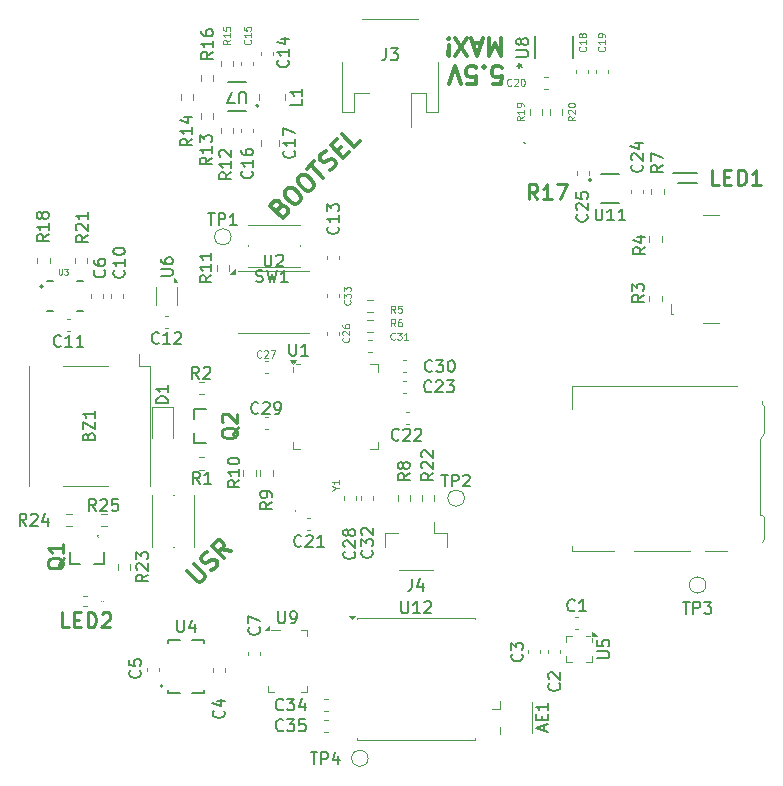
<source format=gbr>
%TF.GenerationSoftware,KiCad,Pcbnew,8.0.4*%
%TF.CreationDate,2024-10-29T22:25:36-05:00*%
%TF.ProjectId,flight-computer-lite,666c6967-6874-42d6-936f-6d7075746572,rev?*%
%TF.SameCoordinates,PX1312d00PY1312d00*%
%TF.FileFunction,Legend,Top*%
%TF.FilePolarity,Positive*%
%FSLAX46Y46*%
G04 Gerber Fmt 4.6, Leading zero omitted, Abs format (unit mm)*
G04 Created by KiCad (PCBNEW 8.0.4) date 2024-10-29 22:25:36*
%MOMM*%
%LPD*%
G01*
G04 APERTURE LIST*
%ADD10C,0.300000*%
%ADD11C,0.120000*%
%ADD12C,0.150000*%
%ADD13C,0.100000*%
%ADD14C,0.254000*%
%ADD15C,0.127000*%
%ADD16C,0.200000*%
%ADD17C,0.152400*%
G04 APERTURE END LIST*
D10*
X41181203Y-6064087D02*
X41895489Y-6064087D01*
X41895489Y-6064087D02*
X41966917Y-5349801D01*
X41966917Y-5349801D02*
X41895489Y-5421230D01*
X41895489Y-5421230D02*
X41752632Y-5492658D01*
X41752632Y-5492658D02*
X41395489Y-5492658D01*
X41395489Y-5492658D02*
X41252632Y-5421230D01*
X41252632Y-5421230D02*
X41181203Y-5349801D01*
X41181203Y-5349801D02*
X41109774Y-5206944D01*
X41109774Y-5206944D02*
X41109774Y-4849801D01*
X41109774Y-4849801D02*
X41181203Y-4706944D01*
X41181203Y-4706944D02*
X41252632Y-4635516D01*
X41252632Y-4635516D02*
X41395489Y-4564087D01*
X41395489Y-4564087D02*
X41752632Y-4564087D01*
X41752632Y-4564087D02*
X41895489Y-4635516D01*
X41895489Y-4635516D02*
X41966917Y-4706944D01*
X40466918Y-4706944D02*
X40395489Y-4635516D01*
X40395489Y-4635516D02*
X40466918Y-4564087D01*
X40466918Y-4564087D02*
X40538346Y-4635516D01*
X40538346Y-4635516D02*
X40466918Y-4706944D01*
X40466918Y-4706944D02*
X40466918Y-4564087D01*
X39038346Y-6064087D02*
X39752632Y-6064087D01*
X39752632Y-6064087D02*
X39824060Y-5349801D01*
X39824060Y-5349801D02*
X39752632Y-5421230D01*
X39752632Y-5421230D02*
X39609775Y-5492658D01*
X39609775Y-5492658D02*
X39252632Y-5492658D01*
X39252632Y-5492658D02*
X39109775Y-5421230D01*
X39109775Y-5421230D02*
X39038346Y-5349801D01*
X39038346Y-5349801D02*
X38966917Y-5206944D01*
X38966917Y-5206944D02*
X38966917Y-4849801D01*
X38966917Y-4849801D02*
X39038346Y-4706944D01*
X39038346Y-4706944D02*
X39109775Y-4635516D01*
X39109775Y-4635516D02*
X39252632Y-4564087D01*
X39252632Y-4564087D02*
X39609775Y-4564087D01*
X39609775Y-4564087D02*
X39752632Y-4635516D01*
X39752632Y-4635516D02*
X39824060Y-4706944D01*
X38538346Y-6064087D02*
X38038346Y-4564087D01*
X38038346Y-4564087D02*
X37538346Y-6064087D01*
X41895489Y-2149171D02*
X41895489Y-3649171D01*
X41895489Y-3649171D02*
X41395489Y-2577742D01*
X41395489Y-2577742D02*
X40895489Y-3649171D01*
X40895489Y-3649171D02*
X40895489Y-2149171D01*
X40252631Y-2577742D02*
X39538346Y-2577742D01*
X40395488Y-2149171D02*
X39895488Y-3649171D01*
X39895488Y-3649171D02*
X39395488Y-2149171D01*
X39038346Y-3649171D02*
X38038346Y-2149171D01*
X38038346Y-3649171D02*
X39038346Y-2149171D01*
X37466918Y-2292028D02*
X37395489Y-2220600D01*
X37395489Y-2220600D02*
X37466918Y-2149171D01*
X37466918Y-2149171D02*
X37538346Y-2220600D01*
X37538346Y-2220600D02*
X37466918Y-2292028D01*
X37466918Y-2292028D02*
X37466918Y-2149171D01*
X37466918Y-2720600D02*
X37538346Y-3577742D01*
X37538346Y-3577742D02*
X37466918Y-3649171D01*
X37466918Y-3649171D02*
X37395489Y-3577742D01*
X37395489Y-3577742D02*
X37466918Y-2720600D01*
X37466918Y-2720600D02*
X37466918Y-3649171D01*
X23224232Y-16507928D02*
X23426262Y-16406913D01*
X23426262Y-16406913D02*
X23527278Y-16406913D01*
X23527278Y-16406913D02*
X23678801Y-16457421D01*
X23678801Y-16457421D02*
X23830323Y-16608944D01*
X23830323Y-16608944D02*
X23880831Y-16760466D01*
X23880831Y-16760466D02*
X23880831Y-16861482D01*
X23880831Y-16861482D02*
X23830323Y-17013005D01*
X23830323Y-17013005D02*
X23426262Y-17417066D01*
X23426262Y-17417066D02*
X22365602Y-16356405D01*
X22365602Y-16356405D02*
X22719156Y-16002852D01*
X22719156Y-16002852D02*
X22870679Y-15952344D01*
X22870679Y-15952344D02*
X22971694Y-15952344D01*
X22971694Y-15952344D02*
X23123217Y-16002852D01*
X23123217Y-16002852D02*
X23224232Y-16103867D01*
X23224232Y-16103867D02*
X23274740Y-16255390D01*
X23274740Y-16255390D02*
X23274740Y-16356405D01*
X23274740Y-16356405D02*
X23224232Y-16507928D01*
X23224232Y-16507928D02*
X22870679Y-16861482D01*
X23628293Y-15093715D02*
X23830323Y-14891684D01*
X23830323Y-14891684D02*
X23981846Y-14841177D01*
X23981846Y-14841177D02*
X24183877Y-14841177D01*
X24183877Y-14841177D02*
X24436415Y-14992700D01*
X24436415Y-14992700D02*
X24789968Y-15346253D01*
X24789968Y-15346253D02*
X24941491Y-15598791D01*
X24941491Y-15598791D02*
X24941491Y-15800822D01*
X24941491Y-15800822D02*
X24890984Y-15952344D01*
X24890984Y-15952344D02*
X24688953Y-16154375D01*
X24688953Y-16154375D02*
X24537430Y-16204883D01*
X24537430Y-16204883D02*
X24335400Y-16204883D01*
X24335400Y-16204883D02*
X24082862Y-16053360D01*
X24082862Y-16053360D02*
X23729308Y-15699806D01*
X23729308Y-15699806D02*
X23577785Y-15447268D01*
X23577785Y-15447268D02*
X23577785Y-15245238D01*
X23577785Y-15245238D02*
X23628293Y-15093715D01*
X24739461Y-13982547D02*
X24941492Y-13780516D01*
X24941492Y-13780516D02*
X25093014Y-13730009D01*
X25093014Y-13730009D02*
X25295045Y-13730009D01*
X25295045Y-13730009D02*
X25547583Y-13881531D01*
X25547583Y-13881531D02*
X25901136Y-14235085D01*
X25901136Y-14235085D02*
X26052659Y-14487623D01*
X26052659Y-14487623D02*
X26052659Y-14689653D01*
X26052659Y-14689653D02*
X26002152Y-14841176D01*
X26002152Y-14841176D02*
X25800121Y-15043207D01*
X25800121Y-15043207D02*
X25648598Y-15093714D01*
X25648598Y-15093714D02*
X25446568Y-15093714D01*
X25446568Y-15093714D02*
X25194030Y-14942192D01*
X25194030Y-14942192D02*
X24840476Y-14588638D01*
X24840476Y-14588638D02*
X24688953Y-14336100D01*
X24688953Y-14336100D02*
X24688953Y-14134070D01*
X24688953Y-14134070D02*
X24739461Y-13982547D01*
X25497076Y-13224932D02*
X26103167Y-12618840D01*
X26860782Y-13982546D02*
X25800122Y-12921886D01*
X27416365Y-13325947D02*
X27618396Y-13224932D01*
X27618396Y-13224932D02*
X27870934Y-12972394D01*
X27870934Y-12972394D02*
X27921442Y-12820871D01*
X27921442Y-12820871D02*
X27921442Y-12719856D01*
X27921442Y-12719856D02*
X27870934Y-12568333D01*
X27870934Y-12568333D02*
X27769919Y-12467318D01*
X27769919Y-12467318D02*
X27618396Y-12416810D01*
X27618396Y-12416810D02*
X27517381Y-12416810D01*
X27517381Y-12416810D02*
X27365858Y-12467318D01*
X27365858Y-12467318D02*
X27113320Y-12618841D01*
X27113320Y-12618841D02*
X26961797Y-12669348D01*
X26961797Y-12669348D02*
X26860782Y-12669348D01*
X26860782Y-12669348D02*
X26709259Y-12618841D01*
X26709259Y-12618841D02*
X26608243Y-12517825D01*
X26608243Y-12517825D02*
X26557736Y-12366302D01*
X26557736Y-12366302D02*
X26557736Y-12265287D01*
X26557736Y-12265287D02*
X26608243Y-12113764D01*
X26608243Y-12113764D02*
X26860782Y-11861226D01*
X26860782Y-11861226D02*
X27062812Y-11760211D01*
X27971949Y-11760211D02*
X28325502Y-11406658D01*
X29032609Y-11810719D02*
X28527533Y-12315795D01*
X28527533Y-12315795D02*
X27466873Y-11255135D01*
X27466873Y-11255135D02*
X27971949Y-10750059D01*
X29992254Y-10851074D02*
X29487178Y-11356150D01*
X29487178Y-11356150D02*
X28426518Y-10295490D01*
X15290602Y-47281405D02*
X16149232Y-48140035D01*
X16149232Y-48140035D02*
X16300755Y-48190543D01*
X16300755Y-48190543D02*
X16401770Y-48190543D01*
X16401770Y-48190543D02*
X16553293Y-48140035D01*
X16553293Y-48140035D02*
X16755323Y-47938005D01*
X16755323Y-47938005D02*
X16805831Y-47786482D01*
X16805831Y-47786482D02*
X16805831Y-47685466D01*
X16805831Y-47685466D02*
X16755323Y-47533944D01*
X16755323Y-47533944D02*
X15896694Y-46675314D01*
X17361415Y-47230898D02*
X17563446Y-47129882D01*
X17563446Y-47129882D02*
X17815984Y-46877344D01*
X17815984Y-46877344D02*
X17866492Y-46725821D01*
X17866492Y-46725821D02*
X17866492Y-46624806D01*
X17866492Y-46624806D02*
X17815984Y-46473283D01*
X17815984Y-46473283D02*
X17714969Y-46372268D01*
X17714969Y-46372268D02*
X17563446Y-46321760D01*
X17563446Y-46321760D02*
X17462431Y-46321760D01*
X17462431Y-46321760D02*
X17310908Y-46372268D01*
X17310908Y-46372268D02*
X17058370Y-46523791D01*
X17058370Y-46523791D02*
X16906847Y-46574298D01*
X16906847Y-46574298D02*
X16805831Y-46574298D01*
X16805831Y-46574298D02*
X16654308Y-46523791D01*
X16654308Y-46523791D02*
X16553293Y-46422776D01*
X16553293Y-46422776D02*
X16502786Y-46271253D01*
X16502786Y-46271253D02*
X16502786Y-46170237D01*
X16502786Y-46170237D02*
X16553293Y-46018714D01*
X16553293Y-46018714D02*
X16805831Y-45766176D01*
X16805831Y-45766176D02*
X17007862Y-45665161D01*
X19078674Y-45614654D02*
X18220045Y-45463131D01*
X18472583Y-46220745D02*
X17411923Y-45160085D01*
X17411923Y-45160085D02*
X17815984Y-44756024D01*
X17815984Y-44756024D02*
X17967506Y-44705516D01*
X17967506Y-44705516D02*
X18068522Y-44705516D01*
X18068522Y-44705516D02*
X18220045Y-44756024D01*
X18220045Y-44756024D02*
X18371568Y-44907547D01*
X18371568Y-44907547D02*
X18422075Y-45059070D01*
X18422075Y-45059070D02*
X18422075Y-45160085D01*
X18422075Y-45160085D02*
X18371568Y-45311608D01*
X18371568Y-45311608D02*
X17967506Y-45715669D01*
D11*
X4458285Y-21731017D02*
X4458285Y-22119588D01*
X4458285Y-22119588D02*
X4481142Y-22165302D01*
X4481142Y-22165302D02*
X4504000Y-22188160D01*
X4504000Y-22188160D02*
X4549714Y-22211017D01*
X4549714Y-22211017D02*
X4641142Y-22211017D01*
X4641142Y-22211017D02*
X4686857Y-22188160D01*
X4686857Y-22188160D02*
X4709714Y-22165302D01*
X4709714Y-22165302D02*
X4732571Y-22119588D01*
X4732571Y-22119588D02*
X4732571Y-21731017D01*
X4915428Y-21731017D02*
X5212571Y-21731017D01*
X5212571Y-21731017D02*
X5052571Y-21913874D01*
X5052571Y-21913874D02*
X5121142Y-21913874D01*
X5121142Y-21913874D02*
X5166857Y-21936731D01*
X5166857Y-21936731D02*
X5189714Y-21959588D01*
X5189714Y-21959588D02*
X5212571Y-22005302D01*
X5212571Y-22005302D02*
X5212571Y-22119588D01*
X5212571Y-22119588D02*
X5189714Y-22165302D01*
X5189714Y-22165302D02*
X5166857Y-22188160D01*
X5166857Y-22188160D02*
X5121142Y-22211017D01*
X5121142Y-22211017D02*
X4983999Y-22211017D01*
X4983999Y-22211017D02*
X4938285Y-22188160D01*
X4938285Y-22188160D02*
X4915428Y-22165302D01*
D12*
X33462905Y-49856819D02*
X33462905Y-50666342D01*
X33462905Y-50666342D02*
X33510524Y-50761580D01*
X33510524Y-50761580D02*
X33558143Y-50809200D01*
X33558143Y-50809200D02*
X33653381Y-50856819D01*
X33653381Y-50856819D02*
X33843857Y-50856819D01*
X33843857Y-50856819D02*
X33939095Y-50809200D01*
X33939095Y-50809200D02*
X33986714Y-50761580D01*
X33986714Y-50761580D02*
X34034333Y-50666342D01*
X34034333Y-50666342D02*
X34034333Y-49856819D01*
X35034333Y-50856819D02*
X34462905Y-50856819D01*
X34748619Y-50856819D02*
X34748619Y-49856819D01*
X34748619Y-49856819D02*
X34653381Y-49999676D01*
X34653381Y-49999676D02*
X34558143Y-50094914D01*
X34558143Y-50094914D02*
X34462905Y-50142533D01*
X35415286Y-49952057D02*
X35462905Y-49904438D01*
X35462905Y-49904438D02*
X35558143Y-49856819D01*
X35558143Y-49856819D02*
X35796238Y-49856819D01*
X35796238Y-49856819D02*
X35891476Y-49904438D01*
X35891476Y-49904438D02*
X35939095Y-49952057D01*
X35939095Y-49952057D02*
X35986714Y-50047295D01*
X35986714Y-50047295D02*
X35986714Y-50142533D01*
X35986714Y-50142533D02*
X35939095Y-50285390D01*
X35939095Y-50285390D02*
X35367667Y-50856819D01*
X35367667Y-50856819D02*
X35986714Y-50856819D01*
X53809580Y-12892857D02*
X53857200Y-12940476D01*
X53857200Y-12940476D02*
X53904819Y-13083333D01*
X53904819Y-13083333D02*
X53904819Y-13178571D01*
X53904819Y-13178571D02*
X53857200Y-13321428D01*
X53857200Y-13321428D02*
X53761961Y-13416666D01*
X53761961Y-13416666D02*
X53666723Y-13464285D01*
X53666723Y-13464285D02*
X53476247Y-13511904D01*
X53476247Y-13511904D02*
X53333390Y-13511904D01*
X53333390Y-13511904D02*
X53142914Y-13464285D01*
X53142914Y-13464285D02*
X53047676Y-13416666D01*
X53047676Y-13416666D02*
X52952438Y-13321428D01*
X52952438Y-13321428D02*
X52904819Y-13178571D01*
X52904819Y-13178571D02*
X52904819Y-13083333D01*
X52904819Y-13083333D02*
X52952438Y-12940476D01*
X52952438Y-12940476D02*
X53000057Y-12892857D01*
X53000057Y-12511904D02*
X52952438Y-12464285D01*
X52952438Y-12464285D02*
X52904819Y-12369047D01*
X52904819Y-12369047D02*
X52904819Y-12130952D01*
X52904819Y-12130952D02*
X52952438Y-12035714D01*
X52952438Y-12035714D02*
X53000057Y-11988095D01*
X53000057Y-11988095D02*
X53095295Y-11940476D01*
X53095295Y-11940476D02*
X53190533Y-11940476D01*
X53190533Y-11940476D02*
X53333390Y-11988095D01*
X53333390Y-11988095D02*
X53904819Y-12559523D01*
X53904819Y-12559523D02*
X53904819Y-11940476D01*
X53238152Y-11083333D02*
X53904819Y-11083333D01*
X52857200Y-11321428D02*
X53571485Y-11559523D01*
X53571485Y-11559523D02*
X53571485Y-10940476D01*
D13*
X27936657Y-40285714D02*
X28222371Y-40285714D01*
X27622371Y-40485714D02*
X27936657Y-40285714D01*
X27936657Y-40285714D02*
X27622371Y-40085714D01*
X28222371Y-39571428D02*
X28222371Y-39914285D01*
X28222371Y-39742856D02*
X27622371Y-39742856D01*
X27622371Y-39742856D02*
X27708085Y-39799999D01*
X27708085Y-39799999D02*
X27765228Y-39857142D01*
X27765228Y-39857142D02*
X27793800Y-39914285D01*
D14*
X60378809Y-14584318D02*
X59774047Y-14584318D01*
X59774047Y-14584318D02*
X59774047Y-13314318D01*
X60802142Y-13919080D02*
X61225476Y-13919080D01*
X61406904Y-14584318D02*
X60802142Y-14584318D01*
X60802142Y-14584318D02*
X60802142Y-13314318D01*
X60802142Y-13314318D02*
X61406904Y-13314318D01*
X61951190Y-14584318D02*
X61951190Y-13314318D01*
X61951190Y-13314318D02*
X62253571Y-13314318D01*
X62253571Y-13314318D02*
X62435000Y-13374794D01*
X62435000Y-13374794D02*
X62555952Y-13495746D01*
X62555952Y-13495746D02*
X62616429Y-13616699D01*
X62616429Y-13616699D02*
X62676905Y-13858603D01*
X62676905Y-13858603D02*
X62676905Y-14040032D01*
X62676905Y-14040032D02*
X62616429Y-14281937D01*
X62616429Y-14281937D02*
X62555952Y-14402889D01*
X62555952Y-14402889D02*
X62435000Y-14523842D01*
X62435000Y-14523842D02*
X62253571Y-14584318D01*
X62253571Y-14584318D02*
X61951190Y-14584318D01*
X63886429Y-14584318D02*
X63160714Y-14584318D01*
X63523571Y-14584318D02*
X63523571Y-13314318D01*
X63523571Y-13314318D02*
X63402619Y-13495746D01*
X63402619Y-13495746D02*
X63281667Y-13616699D01*
X63281667Y-13616699D02*
X63160714Y-13677175D01*
D11*
X48171331Y-8807714D02*
X47885617Y-9007714D01*
X48171331Y-9150571D02*
X47571331Y-9150571D01*
X47571331Y-9150571D02*
X47571331Y-8922000D01*
X47571331Y-8922000D02*
X47599902Y-8864857D01*
X47599902Y-8864857D02*
X47628474Y-8836286D01*
X47628474Y-8836286D02*
X47685617Y-8807714D01*
X47685617Y-8807714D02*
X47771331Y-8807714D01*
X47771331Y-8807714D02*
X47828474Y-8836286D01*
X47828474Y-8836286D02*
X47857045Y-8864857D01*
X47857045Y-8864857D02*
X47885617Y-8922000D01*
X47885617Y-8922000D02*
X47885617Y-9150571D01*
X47628474Y-8579143D02*
X47599902Y-8550571D01*
X47599902Y-8550571D02*
X47571331Y-8493429D01*
X47571331Y-8493429D02*
X47571331Y-8350571D01*
X47571331Y-8350571D02*
X47599902Y-8293429D01*
X47599902Y-8293429D02*
X47628474Y-8264857D01*
X47628474Y-8264857D02*
X47685617Y-8236286D01*
X47685617Y-8236286D02*
X47742760Y-8236286D01*
X47742760Y-8236286D02*
X47828474Y-8264857D01*
X47828474Y-8264857D02*
X48171331Y-8607714D01*
X48171331Y-8607714D02*
X48171331Y-8236286D01*
X47571331Y-7864857D02*
X47571331Y-7807714D01*
X47571331Y-7807714D02*
X47599902Y-7750571D01*
X47599902Y-7750571D02*
X47628474Y-7722000D01*
X47628474Y-7722000D02*
X47685617Y-7693428D01*
X47685617Y-7693428D02*
X47799902Y-7664857D01*
X47799902Y-7664857D02*
X47942760Y-7664857D01*
X47942760Y-7664857D02*
X48057045Y-7693428D01*
X48057045Y-7693428D02*
X48114188Y-7722000D01*
X48114188Y-7722000D02*
X48142760Y-7750571D01*
X48142760Y-7750571D02*
X48171331Y-7807714D01*
X48171331Y-7807714D02*
X48171331Y-7864857D01*
X48171331Y-7864857D02*
X48142760Y-7922000D01*
X48142760Y-7922000D02*
X48114188Y-7950571D01*
X48114188Y-7950571D02*
X48057045Y-7979142D01*
X48057045Y-7979142D02*
X47942760Y-8007714D01*
X47942760Y-8007714D02*
X47799902Y-8007714D01*
X47799902Y-8007714D02*
X47685617Y-7979142D01*
X47685617Y-7979142D02*
X47628474Y-7950571D01*
X47628474Y-7950571D02*
X47599902Y-7922000D01*
X47599902Y-7922000D02*
X47571331Y-7864857D01*
D12*
X16383333Y-39904819D02*
X16050000Y-39428628D01*
X15811905Y-39904819D02*
X15811905Y-38904819D01*
X15811905Y-38904819D02*
X16192857Y-38904819D01*
X16192857Y-38904819D02*
X16288095Y-38952438D01*
X16288095Y-38952438D02*
X16335714Y-39000057D01*
X16335714Y-39000057D02*
X16383333Y-39095295D01*
X16383333Y-39095295D02*
X16383333Y-39238152D01*
X16383333Y-39238152D02*
X16335714Y-39333390D01*
X16335714Y-39333390D02*
X16288095Y-39381009D01*
X16288095Y-39381009D02*
X16192857Y-39428628D01*
X16192857Y-39428628D02*
X15811905Y-39428628D01*
X17335714Y-39904819D02*
X16764286Y-39904819D01*
X17050000Y-39904819D02*
X17050000Y-38904819D01*
X17050000Y-38904819D02*
X16954762Y-39047676D01*
X16954762Y-39047676D02*
X16859524Y-39142914D01*
X16859524Y-39142914D02*
X16764286Y-39190533D01*
X57288095Y-49904819D02*
X57859523Y-49904819D01*
X57573809Y-50904819D02*
X57573809Y-49904819D01*
X58192857Y-50904819D02*
X58192857Y-49904819D01*
X58192857Y-49904819D02*
X58573809Y-49904819D01*
X58573809Y-49904819D02*
X58669047Y-49952438D01*
X58669047Y-49952438D02*
X58716666Y-50000057D01*
X58716666Y-50000057D02*
X58764285Y-50095295D01*
X58764285Y-50095295D02*
X58764285Y-50238152D01*
X58764285Y-50238152D02*
X58716666Y-50333390D01*
X58716666Y-50333390D02*
X58669047Y-50381009D01*
X58669047Y-50381009D02*
X58573809Y-50428628D01*
X58573809Y-50428628D02*
X58192857Y-50428628D01*
X59097619Y-49904819D02*
X59716666Y-49904819D01*
X59716666Y-49904819D02*
X59383333Y-50285771D01*
X59383333Y-50285771D02*
X59526190Y-50285771D01*
X59526190Y-50285771D02*
X59621428Y-50333390D01*
X59621428Y-50333390D02*
X59669047Y-50381009D01*
X59669047Y-50381009D02*
X59716666Y-50476247D01*
X59716666Y-50476247D02*
X59716666Y-50714342D01*
X59716666Y-50714342D02*
X59669047Y-50809580D01*
X59669047Y-50809580D02*
X59621428Y-50857200D01*
X59621428Y-50857200D02*
X59526190Y-50904819D01*
X59526190Y-50904819D02*
X59240476Y-50904819D01*
X59240476Y-50904819D02*
X59145238Y-50857200D01*
X59145238Y-50857200D02*
X59097619Y-50809580D01*
X36839095Y-39131819D02*
X37410523Y-39131819D01*
X37124809Y-40131819D02*
X37124809Y-39131819D01*
X37743857Y-40131819D02*
X37743857Y-39131819D01*
X37743857Y-39131819D02*
X38124809Y-39131819D01*
X38124809Y-39131819D02*
X38220047Y-39179438D01*
X38220047Y-39179438D02*
X38267666Y-39227057D01*
X38267666Y-39227057D02*
X38315285Y-39322295D01*
X38315285Y-39322295D02*
X38315285Y-39465152D01*
X38315285Y-39465152D02*
X38267666Y-39560390D01*
X38267666Y-39560390D02*
X38220047Y-39608009D01*
X38220047Y-39608009D02*
X38124809Y-39655628D01*
X38124809Y-39655628D02*
X37743857Y-39655628D01*
X38696238Y-39227057D02*
X38743857Y-39179438D01*
X38743857Y-39179438D02*
X38839095Y-39131819D01*
X38839095Y-39131819D02*
X39077190Y-39131819D01*
X39077190Y-39131819D02*
X39172428Y-39179438D01*
X39172428Y-39179438D02*
X39220047Y-39227057D01*
X39220047Y-39227057D02*
X39267666Y-39322295D01*
X39267666Y-39322295D02*
X39267666Y-39417533D01*
X39267666Y-39417533D02*
X39220047Y-39560390D01*
X39220047Y-39560390D02*
X38648619Y-40131819D01*
X38648619Y-40131819D02*
X39267666Y-40131819D01*
D11*
X42764285Y-6164188D02*
X42735713Y-6192760D01*
X42735713Y-6192760D02*
X42649999Y-6221331D01*
X42649999Y-6221331D02*
X42592856Y-6221331D01*
X42592856Y-6221331D02*
X42507142Y-6192760D01*
X42507142Y-6192760D02*
X42449999Y-6135617D01*
X42449999Y-6135617D02*
X42421428Y-6078474D01*
X42421428Y-6078474D02*
X42392856Y-5964188D01*
X42392856Y-5964188D02*
X42392856Y-5878474D01*
X42392856Y-5878474D02*
X42421428Y-5764188D01*
X42421428Y-5764188D02*
X42449999Y-5707045D01*
X42449999Y-5707045D02*
X42507142Y-5649902D01*
X42507142Y-5649902D02*
X42592856Y-5621331D01*
X42592856Y-5621331D02*
X42649999Y-5621331D01*
X42649999Y-5621331D02*
X42735713Y-5649902D01*
X42735713Y-5649902D02*
X42764285Y-5678474D01*
X42992856Y-5678474D02*
X43021428Y-5649902D01*
X43021428Y-5649902D02*
X43078571Y-5621331D01*
X43078571Y-5621331D02*
X43221428Y-5621331D01*
X43221428Y-5621331D02*
X43278571Y-5649902D01*
X43278571Y-5649902D02*
X43307142Y-5678474D01*
X43307142Y-5678474D02*
X43335713Y-5735617D01*
X43335713Y-5735617D02*
X43335713Y-5792760D01*
X43335713Y-5792760D02*
X43307142Y-5878474D01*
X43307142Y-5878474D02*
X42964285Y-6221331D01*
X42964285Y-6221331D02*
X43335713Y-6221331D01*
X43707142Y-5621331D02*
X43764285Y-5621331D01*
X43764285Y-5621331D02*
X43821428Y-5649902D01*
X43821428Y-5649902D02*
X43850000Y-5678474D01*
X43850000Y-5678474D02*
X43878571Y-5735617D01*
X43878571Y-5735617D02*
X43907142Y-5849902D01*
X43907142Y-5849902D02*
X43907142Y-5992760D01*
X43907142Y-5992760D02*
X43878571Y-6107045D01*
X43878571Y-6107045D02*
X43850000Y-6164188D01*
X43850000Y-6164188D02*
X43821428Y-6192760D01*
X43821428Y-6192760D02*
X43764285Y-6221331D01*
X43764285Y-6221331D02*
X43707142Y-6221331D01*
X43707142Y-6221331D02*
X43650000Y-6192760D01*
X43650000Y-6192760D02*
X43621428Y-6164188D01*
X43621428Y-6164188D02*
X43592857Y-6107045D01*
X43592857Y-6107045D02*
X43564285Y-5992760D01*
X43564285Y-5992760D02*
X43564285Y-5849902D01*
X43564285Y-5849902D02*
X43592857Y-5735617D01*
X43592857Y-5735617D02*
X43621428Y-5678474D01*
X43621428Y-5678474D02*
X43650000Y-5649902D01*
X43650000Y-5649902D02*
X43707142Y-5621331D01*
D12*
X33257142Y-36159580D02*
X33209523Y-36207200D01*
X33209523Y-36207200D02*
X33066666Y-36254819D01*
X33066666Y-36254819D02*
X32971428Y-36254819D01*
X32971428Y-36254819D02*
X32828571Y-36207200D01*
X32828571Y-36207200D02*
X32733333Y-36111961D01*
X32733333Y-36111961D02*
X32685714Y-36016723D01*
X32685714Y-36016723D02*
X32638095Y-35826247D01*
X32638095Y-35826247D02*
X32638095Y-35683390D01*
X32638095Y-35683390D02*
X32685714Y-35492914D01*
X32685714Y-35492914D02*
X32733333Y-35397676D01*
X32733333Y-35397676D02*
X32828571Y-35302438D01*
X32828571Y-35302438D02*
X32971428Y-35254819D01*
X32971428Y-35254819D02*
X33066666Y-35254819D01*
X33066666Y-35254819D02*
X33209523Y-35302438D01*
X33209523Y-35302438D02*
X33257142Y-35350057D01*
X33638095Y-35350057D02*
X33685714Y-35302438D01*
X33685714Y-35302438D02*
X33780952Y-35254819D01*
X33780952Y-35254819D02*
X34019047Y-35254819D01*
X34019047Y-35254819D02*
X34114285Y-35302438D01*
X34114285Y-35302438D02*
X34161904Y-35350057D01*
X34161904Y-35350057D02*
X34209523Y-35445295D01*
X34209523Y-35445295D02*
X34209523Y-35540533D01*
X34209523Y-35540533D02*
X34161904Y-35683390D01*
X34161904Y-35683390D02*
X33590476Y-36254819D01*
X33590476Y-36254819D02*
X34209523Y-36254819D01*
X34590476Y-35350057D02*
X34638095Y-35302438D01*
X34638095Y-35302438D02*
X34733333Y-35254819D01*
X34733333Y-35254819D02*
X34971428Y-35254819D01*
X34971428Y-35254819D02*
X35066666Y-35302438D01*
X35066666Y-35302438D02*
X35114285Y-35350057D01*
X35114285Y-35350057D02*
X35161904Y-35445295D01*
X35161904Y-35445295D02*
X35161904Y-35540533D01*
X35161904Y-35540533D02*
X35114285Y-35683390D01*
X35114285Y-35683390D02*
X34542857Y-36254819D01*
X34542857Y-36254819D02*
X35161904Y-36254819D01*
X55604819Y-12916666D02*
X55128628Y-13249999D01*
X55604819Y-13488094D02*
X54604819Y-13488094D01*
X54604819Y-13488094D02*
X54604819Y-13107142D01*
X54604819Y-13107142D02*
X54652438Y-13011904D01*
X54652438Y-13011904D02*
X54700057Y-12964285D01*
X54700057Y-12964285D02*
X54795295Y-12916666D01*
X54795295Y-12916666D02*
X54938152Y-12916666D01*
X54938152Y-12916666D02*
X55033390Y-12964285D01*
X55033390Y-12964285D02*
X55081009Y-13011904D01*
X55081009Y-13011904D02*
X55128628Y-13107142D01*
X55128628Y-13107142D02*
X55128628Y-13488094D01*
X54604819Y-12583332D02*
X54604819Y-11916666D01*
X54604819Y-11916666D02*
X55604819Y-12345237D01*
X24376580Y-11697857D02*
X24424200Y-11745476D01*
X24424200Y-11745476D02*
X24471819Y-11888333D01*
X24471819Y-11888333D02*
X24471819Y-11983571D01*
X24471819Y-11983571D02*
X24424200Y-12126428D01*
X24424200Y-12126428D02*
X24328961Y-12221666D01*
X24328961Y-12221666D02*
X24233723Y-12269285D01*
X24233723Y-12269285D02*
X24043247Y-12316904D01*
X24043247Y-12316904D02*
X23900390Y-12316904D01*
X23900390Y-12316904D02*
X23709914Y-12269285D01*
X23709914Y-12269285D02*
X23614676Y-12221666D01*
X23614676Y-12221666D02*
X23519438Y-12126428D01*
X23519438Y-12126428D02*
X23471819Y-11983571D01*
X23471819Y-11983571D02*
X23471819Y-11888333D01*
X23471819Y-11888333D02*
X23519438Y-11745476D01*
X23519438Y-11745476D02*
X23567057Y-11697857D01*
X24471819Y-10745476D02*
X24471819Y-11316904D01*
X24471819Y-11031190D02*
X23471819Y-11031190D01*
X23471819Y-11031190D02*
X23614676Y-11126428D01*
X23614676Y-11126428D02*
X23709914Y-11221666D01*
X23709914Y-11221666D02*
X23757533Y-11316904D01*
X23471819Y-10412142D02*
X23471819Y-9745476D01*
X23471819Y-9745476D02*
X24471819Y-10174047D01*
X21164167Y-22772200D02*
X21307024Y-22819819D01*
X21307024Y-22819819D02*
X21545119Y-22819819D01*
X21545119Y-22819819D02*
X21640357Y-22772200D01*
X21640357Y-22772200D02*
X21687976Y-22724580D01*
X21687976Y-22724580D02*
X21735595Y-22629342D01*
X21735595Y-22629342D02*
X21735595Y-22534104D01*
X21735595Y-22534104D02*
X21687976Y-22438866D01*
X21687976Y-22438866D02*
X21640357Y-22391247D01*
X21640357Y-22391247D02*
X21545119Y-22343628D01*
X21545119Y-22343628D02*
X21354643Y-22296009D01*
X21354643Y-22296009D02*
X21259405Y-22248390D01*
X21259405Y-22248390D02*
X21211786Y-22200771D01*
X21211786Y-22200771D02*
X21164167Y-22105533D01*
X21164167Y-22105533D02*
X21164167Y-22010295D01*
X21164167Y-22010295D02*
X21211786Y-21915057D01*
X21211786Y-21915057D02*
X21259405Y-21867438D01*
X21259405Y-21867438D02*
X21354643Y-21819819D01*
X21354643Y-21819819D02*
X21592738Y-21819819D01*
X21592738Y-21819819D02*
X21735595Y-21867438D01*
X22068929Y-21819819D02*
X22307024Y-22819819D01*
X22307024Y-22819819D02*
X22497500Y-22105533D01*
X22497500Y-22105533D02*
X22687976Y-22819819D01*
X22687976Y-22819819D02*
X22926072Y-21819819D01*
X23830833Y-22819819D02*
X23259405Y-22819819D01*
X23545119Y-22819819D02*
X23545119Y-21819819D01*
X23545119Y-21819819D02*
X23449881Y-21962676D01*
X23449881Y-21962676D02*
X23354643Y-22057914D01*
X23354643Y-22057914D02*
X23259405Y-22105533D01*
X9959580Y-21842857D02*
X10007200Y-21890476D01*
X10007200Y-21890476D02*
X10054819Y-22033333D01*
X10054819Y-22033333D02*
X10054819Y-22128571D01*
X10054819Y-22128571D02*
X10007200Y-22271428D01*
X10007200Y-22271428D02*
X9911961Y-22366666D01*
X9911961Y-22366666D02*
X9816723Y-22414285D01*
X9816723Y-22414285D02*
X9626247Y-22461904D01*
X9626247Y-22461904D02*
X9483390Y-22461904D01*
X9483390Y-22461904D02*
X9292914Y-22414285D01*
X9292914Y-22414285D02*
X9197676Y-22366666D01*
X9197676Y-22366666D02*
X9102438Y-22271428D01*
X9102438Y-22271428D02*
X9054819Y-22128571D01*
X9054819Y-22128571D02*
X9054819Y-22033333D01*
X9054819Y-22033333D02*
X9102438Y-21890476D01*
X9102438Y-21890476D02*
X9150057Y-21842857D01*
X10054819Y-20890476D02*
X10054819Y-21461904D01*
X10054819Y-21176190D02*
X9054819Y-21176190D01*
X9054819Y-21176190D02*
X9197676Y-21271428D01*
X9197676Y-21271428D02*
X9292914Y-21366666D01*
X9292914Y-21366666D02*
X9340533Y-21461904D01*
X9054819Y-20271428D02*
X9054819Y-20176190D01*
X9054819Y-20176190D02*
X9102438Y-20080952D01*
X9102438Y-20080952D02*
X9150057Y-20033333D01*
X9150057Y-20033333D02*
X9245295Y-19985714D01*
X9245295Y-19985714D02*
X9435771Y-19938095D01*
X9435771Y-19938095D02*
X9673866Y-19938095D01*
X9673866Y-19938095D02*
X9864342Y-19985714D01*
X9864342Y-19985714D02*
X9959580Y-20033333D01*
X9959580Y-20033333D02*
X10007200Y-20080952D01*
X10007200Y-20080952D02*
X10054819Y-20176190D01*
X10054819Y-20176190D02*
X10054819Y-20271428D01*
X10054819Y-20271428D02*
X10007200Y-20366666D01*
X10007200Y-20366666D02*
X9959580Y-20414285D01*
X9959580Y-20414285D02*
X9864342Y-20461904D01*
X9864342Y-20461904D02*
X9673866Y-20509523D01*
X9673866Y-20509523D02*
X9435771Y-20509523D01*
X9435771Y-20509523D02*
X9245295Y-20461904D01*
X9245295Y-20461904D02*
X9150057Y-20414285D01*
X9150057Y-20414285D02*
X9102438Y-20366666D01*
X9102438Y-20366666D02*
X9054819Y-20271428D01*
X21885595Y-20499819D02*
X21885595Y-21309342D01*
X21885595Y-21309342D02*
X21933214Y-21404580D01*
X21933214Y-21404580D02*
X21980833Y-21452200D01*
X21980833Y-21452200D02*
X22076071Y-21499819D01*
X22076071Y-21499819D02*
X22266547Y-21499819D01*
X22266547Y-21499819D02*
X22361785Y-21452200D01*
X22361785Y-21452200D02*
X22409404Y-21404580D01*
X22409404Y-21404580D02*
X22457023Y-21309342D01*
X22457023Y-21309342D02*
X22457023Y-20499819D01*
X22885595Y-20595057D02*
X22933214Y-20547438D01*
X22933214Y-20547438D02*
X23028452Y-20499819D01*
X23028452Y-20499819D02*
X23266547Y-20499819D01*
X23266547Y-20499819D02*
X23361785Y-20547438D01*
X23361785Y-20547438D02*
X23409404Y-20595057D01*
X23409404Y-20595057D02*
X23457023Y-20690295D01*
X23457023Y-20690295D02*
X23457023Y-20785533D01*
X23457023Y-20785533D02*
X23409404Y-20928390D01*
X23409404Y-20928390D02*
X22837976Y-21499819D01*
X22837976Y-21499819D02*
X23457023Y-21499819D01*
X6904819Y-18842857D02*
X6428628Y-19176190D01*
X6904819Y-19414285D02*
X5904819Y-19414285D01*
X5904819Y-19414285D02*
X5904819Y-19033333D01*
X5904819Y-19033333D02*
X5952438Y-18938095D01*
X5952438Y-18938095D02*
X6000057Y-18890476D01*
X6000057Y-18890476D02*
X6095295Y-18842857D01*
X6095295Y-18842857D02*
X6238152Y-18842857D01*
X6238152Y-18842857D02*
X6333390Y-18890476D01*
X6333390Y-18890476D02*
X6381009Y-18938095D01*
X6381009Y-18938095D02*
X6428628Y-19033333D01*
X6428628Y-19033333D02*
X6428628Y-19414285D01*
X6000057Y-18461904D02*
X5952438Y-18414285D01*
X5952438Y-18414285D02*
X5904819Y-18319047D01*
X5904819Y-18319047D02*
X5904819Y-18080952D01*
X5904819Y-18080952D02*
X5952438Y-17985714D01*
X5952438Y-17985714D02*
X6000057Y-17938095D01*
X6000057Y-17938095D02*
X6095295Y-17890476D01*
X6095295Y-17890476D02*
X6190533Y-17890476D01*
X6190533Y-17890476D02*
X6333390Y-17938095D01*
X6333390Y-17938095D02*
X6904819Y-18509523D01*
X6904819Y-18509523D02*
X6904819Y-17890476D01*
X6904819Y-16938095D02*
X6904819Y-17509523D01*
X6904819Y-17223809D02*
X5904819Y-17223809D01*
X5904819Y-17223809D02*
X6047676Y-17319047D01*
X6047676Y-17319047D02*
X6142914Y-17414285D01*
X6142914Y-17414285D02*
X6190533Y-17509523D01*
X50067319Y-54669904D02*
X50876842Y-54669904D01*
X50876842Y-54669904D02*
X50972080Y-54622285D01*
X50972080Y-54622285D02*
X51019700Y-54574666D01*
X51019700Y-54574666D02*
X51067319Y-54479428D01*
X51067319Y-54479428D02*
X51067319Y-54288952D01*
X51067319Y-54288952D02*
X51019700Y-54193714D01*
X51019700Y-54193714D02*
X50972080Y-54146095D01*
X50972080Y-54146095D02*
X50876842Y-54098476D01*
X50876842Y-54098476D02*
X50067319Y-54098476D01*
X50067319Y-53146095D02*
X50067319Y-53622285D01*
X50067319Y-53622285D02*
X50543509Y-53669904D01*
X50543509Y-53669904D02*
X50495890Y-53622285D01*
X50495890Y-53622285D02*
X50448271Y-53527047D01*
X50448271Y-53527047D02*
X50448271Y-53288952D01*
X50448271Y-53288952D02*
X50495890Y-53193714D01*
X50495890Y-53193714D02*
X50543509Y-53146095D01*
X50543509Y-53146095D02*
X50638747Y-53098476D01*
X50638747Y-53098476D02*
X50876842Y-53098476D01*
X50876842Y-53098476D02*
X50972080Y-53146095D01*
X50972080Y-53146095D02*
X51019700Y-53193714D01*
X51019700Y-53193714D02*
X51067319Y-53288952D01*
X51067319Y-53288952D02*
X51067319Y-53527047D01*
X51067319Y-53527047D02*
X51019700Y-53622285D01*
X51019700Y-53622285D02*
X50972080Y-53669904D01*
D11*
X49044188Y-2921714D02*
X49072760Y-2950286D01*
X49072760Y-2950286D02*
X49101331Y-3036000D01*
X49101331Y-3036000D02*
X49101331Y-3093143D01*
X49101331Y-3093143D02*
X49072760Y-3178857D01*
X49072760Y-3178857D02*
X49015617Y-3236000D01*
X49015617Y-3236000D02*
X48958474Y-3264571D01*
X48958474Y-3264571D02*
X48844188Y-3293143D01*
X48844188Y-3293143D02*
X48758474Y-3293143D01*
X48758474Y-3293143D02*
X48644188Y-3264571D01*
X48644188Y-3264571D02*
X48587045Y-3236000D01*
X48587045Y-3236000D02*
X48529902Y-3178857D01*
X48529902Y-3178857D02*
X48501331Y-3093143D01*
X48501331Y-3093143D02*
X48501331Y-3036000D01*
X48501331Y-3036000D02*
X48529902Y-2950286D01*
X48529902Y-2950286D02*
X48558474Y-2921714D01*
X49101331Y-2350286D02*
X49101331Y-2693143D01*
X49101331Y-2521714D02*
X48501331Y-2521714D01*
X48501331Y-2521714D02*
X48587045Y-2578857D01*
X48587045Y-2578857D02*
X48644188Y-2636000D01*
X48644188Y-2636000D02*
X48672760Y-2693143D01*
X48758474Y-2007428D02*
X48729902Y-2064571D01*
X48729902Y-2064571D02*
X48701331Y-2093142D01*
X48701331Y-2093142D02*
X48644188Y-2121714D01*
X48644188Y-2121714D02*
X48615617Y-2121714D01*
X48615617Y-2121714D02*
X48558474Y-2093142D01*
X48558474Y-2093142D02*
X48529902Y-2064571D01*
X48529902Y-2064571D02*
X48501331Y-2007428D01*
X48501331Y-2007428D02*
X48501331Y-1893142D01*
X48501331Y-1893142D02*
X48529902Y-1836000D01*
X48529902Y-1836000D02*
X48558474Y-1807428D01*
X48558474Y-1807428D02*
X48615617Y-1778857D01*
X48615617Y-1778857D02*
X48644188Y-1778857D01*
X48644188Y-1778857D02*
X48701331Y-1807428D01*
X48701331Y-1807428D02*
X48729902Y-1836000D01*
X48729902Y-1836000D02*
X48758474Y-1893142D01*
X48758474Y-1893142D02*
X48758474Y-2007428D01*
X48758474Y-2007428D02*
X48787045Y-2064571D01*
X48787045Y-2064571D02*
X48815617Y-2093142D01*
X48815617Y-2093142D02*
X48872760Y-2121714D01*
X48872760Y-2121714D02*
X48987045Y-2121714D01*
X48987045Y-2121714D02*
X49044188Y-2093142D01*
X49044188Y-2093142D02*
X49072760Y-2064571D01*
X49072760Y-2064571D02*
X49101331Y-2007428D01*
X49101331Y-2007428D02*
X49101331Y-1893142D01*
X49101331Y-1893142D02*
X49072760Y-1836000D01*
X49072760Y-1836000D02*
X49044188Y-1807428D01*
X49044188Y-1807428D02*
X48987045Y-1778857D01*
X48987045Y-1778857D02*
X48872760Y-1778857D01*
X48872760Y-1778857D02*
X48815617Y-1807428D01*
X48815617Y-1807428D02*
X48787045Y-1836000D01*
X48787045Y-1836000D02*
X48758474Y-1893142D01*
D12*
X23034095Y-50706819D02*
X23034095Y-51516342D01*
X23034095Y-51516342D02*
X23081714Y-51611580D01*
X23081714Y-51611580D02*
X23129333Y-51659200D01*
X23129333Y-51659200D02*
X23224571Y-51706819D01*
X23224571Y-51706819D02*
X23415047Y-51706819D01*
X23415047Y-51706819D02*
X23510285Y-51659200D01*
X23510285Y-51659200D02*
X23557904Y-51611580D01*
X23557904Y-51611580D02*
X23605523Y-51516342D01*
X23605523Y-51516342D02*
X23605523Y-50706819D01*
X24129333Y-51706819D02*
X24319809Y-51706819D01*
X24319809Y-51706819D02*
X24415047Y-51659200D01*
X24415047Y-51659200D02*
X24462666Y-51611580D01*
X24462666Y-51611580D02*
X24557904Y-51468723D01*
X24557904Y-51468723D02*
X24605523Y-51278247D01*
X24605523Y-51278247D02*
X24605523Y-50897295D01*
X24605523Y-50897295D02*
X24557904Y-50802057D01*
X24557904Y-50802057D02*
X24510285Y-50754438D01*
X24510285Y-50754438D02*
X24415047Y-50706819D01*
X24415047Y-50706819D02*
X24224571Y-50706819D01*
X24224571Y-50706819D02*
X24129333Y-50754438D01*
X24129333Y-50754438D02*
X24081714Y-50802057D01*
X24081714Y-50802057D02*
X24034095Y-50897295D01*
X24034095Y-50897295D02*
X24034095Y-51135390D01*
X24034095Y-51135390D02*
X24081714Y-51230628D01*
X24081714Y-51230628D02*
X24129333Y-51278247D01*
X24129333Y-51278247D02*
X24224571Y-51325866D01*
X24224571Y-51325866D02*
X24415047Y-51325866D01*
X24415047Y-51325866D02*
X24510285Y-51278247D01*
X24510285Y-51278247D02*
X24557904Y-51230628D01*
X24557904Y-51230628D02*
X24605523Y-51135390D01*
X11309580Y-55716666D02*
X11357200Y-55764285D01*
X11357200Y-55764285D02*
X11404819Y-55907142D01*
X11404819Y-55907142D02*
X11404819Y-56002380D01*
X11404819Y-56002380D02*
X11357200Y-56145237D01*
X11357200Y-56145237D02*
X11261961Y-56240475D01*
X11261961Y-56240475D02*
X11166723Y-56288094D01*
X11166723Y-56288094D02*
X10976247Y-56335713D01*
X10976247Y-56335713D02*
X10833390Y-56335713D01*
X10833390Y-56335713D02*
X10642914Y-56288094D01*
X10642914Y-56288094D02*
X10547676Y-56240475D01*
X10547676Y-56240475D02*
X10452438Y-56145237D01*
X10452438Y-56145237D02*
X10404819Y-56002380D01*
X10404819Y-56002380D02*
X10404819Y-55907142D01*
X10404819Y-55907142D02*
X10452438Y-55764285D01*
X10452438Y-55764285D02*
X10500057Y-55716666D01*
X10404819Y-54811904D02*
X10404819Y-55288094D01*
X10404819Y-55288094D02*
X10881009Y-55335713D01*
X10881009Y-55335713D02*
X10833390Y-55288094D01*
X10833390Y-55288094D02*
X10785771Y-55192856D01*
X10785771Y-55192856D02*
X10785771Y-54954761D01*
X10785771Y-54954761D02*
X10833390Y-54859523D01*
X10833390Y-54859523D02*
X10881009Y-54811904D01*
X10881009Y-54811904D02*
X10976247Y-54764285D01*
X10976247Y-54764285D02*
X11214342Y-54764285D01*
X11214342Y-54764285D02*
X11309580Y-54811904D01*
X11309580Y-54811904D02*
X11357200Y-54859523D01*
X11357200Y-54859523D02*
X11404819Y-54954761D01*
X11404819Y-54954761D02*
X11404819Y-55192856D01*
X11404819Y-55192856D02*
X11357200Y-55288094D01*
X11357200Y-55288094D02*
X11309580Y-55335713D01*
D11*
X32950000Y-25421331D02*
X32750000Y-25135617D01*
X32607143Y-25421331D02*
X32607143Y-24821331D01*
X32607143Y-24821331D02*
X32835714Y-24821331D01*
X32835714Y-24821331D02*
X32892857Y-24849902D01*
X32892857Y-24849902D02*
X32921428Y-24878474D01*
X32921428Y-24878474D02*
X32950000Y-24935617D01*
X32950000Y-24935617D02*
X32950000Y-25021331D01*
X32950000Y-25021331D02*
X32921428Y-25078474D01*
X32921428Y-25078474D02*
X32892857Y-25107045D01*
X32892857Y-25107045D02*
X32835714Y-25135617D01*
X32835714Y-25135617D02*
X32607143Y-25135617D01*
X33492857Y-24821331D02*
X33207143Y-24821331D01*
X33207143Y-24821331D02*
X33178571Y-25107045D01*
X33178571Y-25107045D02*
X33207143Y-25078474D01*
X33207143Y-25078474D02*
X33264286Y-25049902D01*
X33264286Y-25049902D02*
X33407143Y-25049902D01*
X33407143Y-25049902D02*
X33464286Y-25078474D01*
X33464286Y-25078474D02*
X33492857Y-25107045D01*
X33492857Y-25107045D02*
X33521428Y-25164188D01*
X33521428Y-25164188D02*
X33521428Y-25307045D01*
X33521428Y-25307045D02*
X33492857Y-25364188D01*
X33492857Y-25364188D02*
X33464286Y-25392760D01*
X33464286Y-25392760D02*
X33407143Y-25421331D01*
X33407143Y-25421331D02*
X33264286Y-25421331D01*
X33264286Y-25421331D02*
X33207143Y-25392760D01*
X33207143Y-25392760D02*
X33178571Y-25364188D01*
D12*
X12942142Y-27964580D02*
X12894523Y-28012200D01*
X12894523Y-28012200D02*
X12751666Y-28059819D01*
X12751666Y-28059819D02*
X12656428Y-28059819D01*
X12656428Y-28059819D02*
X12513571Y-28012200D01*
X12513571Y-28012200D02*
X12418333Y-27916961D01*
X12418333Y-27916961D02*
X12370714Y-27821723D01*
X12370714Y-27821723D02*
X12323095Y-27631247D01*
X12323095Y-27631247D02*
X12323095Y-27488390D01*
X12323095Y-27488390D02*
X12370714Y-27297914D01*
X12370714Y-27297914D02*
X12418333Y-27202676D01*
X12418333Y-27202676D02*
X12513571Y-27107438D01*
X12513571Y-27107438D02*
X12656428Y-27059819D01*
X12656428Y-27059819D02*
X12751666Y-27059819D01*
X12751666Y-27059819D02*
X12894523Y-27107438D01*
X12894523Y-27107438D02*
X12942142Y-27155057D01*
X13894523Y-28059819D02*
X13323095Y-28059819D01*
X13608809Y-28059819D02*
X13608809Y-27059819D01*
X13608809Y-27059819D02*
X13513571Y-27202676D01*
X13513571Y-27202676D02*
X13418333Y-27297914D01*
X13418333Y-27297914D02*
X13323095Y-27345533D01*
X14275476Y-27155057D02*
X14323095Y-27107438D01*
X14323095Y-27107438D02*
X14418333Y-27059819D01*
X14418333Y-27059819D02*
X14656428Y-27059819D01*
X14656428Y-27059819D02*
X14751666Y-27107438D01*
X14751666Y-27107438D02*
X14799285Y-27155057D01*
X14799285Y-27155057D02*
X14846904Y-27250295D01*
X14846904Y-27250295D02*
X14846904Y-27345533D01*
X14846904Y-27345533D02*
X14799285Y-27488390D01*
X14799285Y-27488390D02*
X14227857Y-28059819D01*
X14227857Y-28059819D02*
X14846904Y-28059819D01*
X43659580Y-54316666D02*
X43707200Y-54364285D01*
X43707200Y-54364285D02*
X43754819Y-54507142D01*
X43754819Y-54507142D02*
X43754819Y-54602380D01*
X43754819Y-54602380D02*
X43707200Y-54745237D01*
X43707200Y-54745237D02*
X43611961Y-54840475D01*
X43611961Y-54840475D02*
X43516723Y-54888094D01*
X43516723Y-54888094D02*
X43326247Y-54935713D01*
X43326247Y-54935713D02*
X43183390Y-54935713D01*
X43183390Y-54935713D02*
X42992914Y-54888094D01*
X42992914Y-54888094D02*
X42897676Y-54840475D01*
X42897676Y-54840475D02*
X42802438Y-54745237D01*
X42802438Y-54745237D02*
X42754819Y-54602380D01*
X42754819Y-54602380D02*
X42754819Y-54507142D01*
X42754819Y-54507142D02*
X42802438Y-54364285D01*
X42802438Y-54364285D02*
X42850057Y-54316666D01*
X42754819Y-53983332D02*
X42754819Y-53364285D01*
X42754819Y-53364285D02*
X43135771Y-53697618D01*
X43135771Y-53697618D02*
X43135771Y-53554761D01*
X43135771Y-53554761D02*
X43183390Y-53459523D01*
X43183390Y-53459523D02*
X43231009Y-53411904D01*
X43231009Y-53411904D02*
X43326247Y-53364285D01*
X43326247Y-53364285D02*
X43564342Y-53364285D01*
X43564342Y-53364285D02*
X43659580Y-53411904D01*
X43659580Y-53411904D02*
X43707200Y-53459523D01*
X43707200Y-53459523D02*
X43754819Y-53554761D01*
X43754819Y-53554761D02*
X43754819Y-53840475D01*
X43754819Y-53840475D02*
X43707200Y-53935713D01*
X43707200Y-53935713D02*
X43659580Y-53983332D01*
X54004819Y-23916666D02*
X53528628Y-24249999D01*
X54004819Y-24488094D02*
X53004819Y-24488094D01*
X53004819Y-24488094D02*
X53004819Y-24107142D01*
X53004819Y-24107142D02*
X53052438Y-24011904D01*
X53052438Y-24011904D02*
X53100057Y-23964285D01*
X53100057Y-23964285D02*
X53195295Y-23916666D01*
X53195295Y-23916666D02*
X53338152Y-23916666D01*
X53338152Y-23916666D02*
X53433390Y-23964285D01*
X53433390Y-23964285D02*
X53481009Y-24011904D01*
X53481009Y-24011904D02*
X53528628Y-24107142D01*
X53528628Y-24107142D02*
X53528628Y-24488094D01*
X53004819Y-23583332D02*
X53004819Y-22964285D01*
X53004819Y-22964285D02*
X53385771Y-23297618D01*
X53385771Y-23297618D02*
X53385771Y-23154761D01*
X53385771Y-23154761D02*
X53433390Y-23059523D01*
X53433390Y-23059523D02*
X53481009Y-23011904D01*
X53481009Y-23011904D02*
X53576247Y-22964285D01*
X53576247Y-22964285D02*
X53814342Y-22964285D01*
X53814342Y-22964285D02*
X53909580Y-23011904D01*
X53909580Y-23011904D02*
X53957200Y-23059523D01*
X53957200Y-23059523D02*
X54004819Y-23154761D01*
X54004819Y-23154761D02*
X54004819Y-23440475D01*
X54004819Y-23440475D02*
X53957200Y-23535713D01*
X53957200Y-23535713D02*
X53909580Y-23583332D01*
X34367666Y-47958819D02*
X34367666Y-48673104D01*
X34367666Y-48673104D02*
X34320047Y-48815961D01*
X34320047Y-48815961D02*
X34224809Y-48911200D01*
X34224809Y-48911200D02*
X34081952Y-48958819D01*
X34081952Y-48958819D02*
X33986714Y-48958819D01*
X35272428Y-48292152D02*
X35272428Y-48958819D01*
X35034333Y-47911200D02*
X34796238Y-48625485D01*
X34796238Y-48625485D02*
X35415285Y-48625485D01*
D11*
X32950000Y-26571331D02*
X32750000Y-26285617D01*
X32607143Y-26571331D02*
X32607143Y-25971331D01*
X32607143Y-25971331D02*
X32835714Y-25971331D01*
X32835714Y-25971331D02*
X32892857Y-25999902D01*
X32892857Y-25999902D02*
X32921428Y-26028474D01*
X32921428Y-26028474D02*
X32950000Y-26085617D01*
X32950000Y-26085617D02*
X32950000Y-26171331D01*
X32950000Y-26171331D02*
X32921428Y-26228474D01*
X32921428Y-26228474D02*
X32892857Y-26257045D01*
X32892857Y-26257045D02*
X32835714Y-26285617D01*
X32835714Y-26285617D02*
X32607143Y-26285617D01*
X33464286Y-25971331D02*
X33350000Y-25971331D01*
X33350000Y-25971331D02*
X33292857Y-25999902D01*
X33292857Y-25999902D02*
X33264286Y-26028474D01*
X33264286Y-26028474D02*
X33207143Y-26114188D01*
X33207143Y-26114188D02*
X33178571Y-26228474D01*
X33178571Y-26228474D02*
X33178571Y-26457045D01*
X33178571Y-26457045D02*
X33207143Y-26514188D01*
X33207143Y-26514188D02*
X33235714Y-26542760D01*
X33235714Y-26542760D02*
X33292857Y-26571331D01*
X33292857Y-26571331D02*
X33407143Y-26571331D01*
X33407143Y-26571331D02*
X33464286Y-26542760D01*
X33464286Y-26542760D02*
X33492857Y-26514188D01*
X33492857Y-26514188D02*
X33521428Y-26457045D01*
X33521428Y-26457045D02*
X33521428Y-26314188D01*
X33521428Y-26314188D02*
X33492857Y-26257045D01*
X33492857Y-26257045D02*
X33464286Y-26228474D01*
X33464286Y-26228474D02*
X33407143Y-26199902D01*
X33407143Y-26199902D02*
X33292857Y-26199902D01*
X33292857Y-26199902D02*
X33235714Y-26228474D01*
X33235714Y-26228474D02*
X33207143Y-26257045D01*
X33207143Y-26257045D02*
X33178571Y-26314188D01*
D12*
X20299004Y-7700180D02*
X20299004Y-6890657D01*
X20299004Y-6890657D02*
X20251385Y-6795419D01*
X20251385Y-6795419D02*
X20203766Y-6747800D01*
X20203766Y-6747800D02*
X20108528Y-6700180D01*
X20108528Y-6700180D02*
X19918052Y-6700180D01*
X19918052Y-6700180D02*
X19822814Y-6747800D01*
X19822814Y-6747800D02*
X19775195Y-6795419D01*
X19775195Y-6795419D02*
X19727576Y-6890657D01*
X19727576Y-6890657D02*
X19727576Y-7700180D01*
X19346623Y-7700180D02*
X18679957Y-7700180D01*
X18679957Y-7700180D02*
X19108528Y-6700180D01*
X23859580Y-4042857D02*
X23907200Y-4090476D01*
X23907200Y-4090476D02*
X23954819Y-4233333D01*
X23954819Y-4233333D02*
X23954819Y-4328571D01*
X23954819Y-4328571D02*
X23907200Y-4471428D01*
X23907200Y-4471428D02*
X23811961Y-4566666D01*
X23811961Y-4566666D02*
X23716723Y-4614285D01*
X23716723Y-4614285D02*
X23526247Y-4661904D01*
X23526247Y-4661904D02*
X23383390Y-4661904D01*
X23383390Y-4661904D02*
X23192914Y-4614285D01*
X23192914Y-4614285D02*
X23097676Y-4566666D01*
X23097676Y-4566666D02*
X23002438Y-4471428D01*
X23002438Y-4471428D02*
X22954819Y-4328571D01*
X22954819Y-4328571D02*
X22954819Y-4233333D01*
X22954819Y-4233333D02*
X23002438Y-4090476D01*
X23002438Y-4090476D02*
X23050057Y-4042857D01*
X23954819Y-3090476D02*
X23954819Y-3661904D01*
X23954819Y-3376190D02*
X22954819Y-3376190D01*
X22954819Y-3376190D02*
X23097676Y-3471428D01*
X23097676Y-3471428D02*
X23192914Y-3566666D01*
X23192914Y-3566666D02*
X23240533Y-3661904D01*
X23288152Y-2233333D02*
X23954819Y-2233333D01*
X22907200Y-2471428D02*
X23621485Y-2709523D01*
X23621485Y-2709523D02*
X23621485Y-2090476D01*
D11*
X29014188Y-27535714D02*
X29042760Y-27564286D01*
X29042760Y-27564286D02*
X29071331Y-27650000D01*
X29071331Y-27650000D02*
X29071331Y-27707143D01*
X29071331Y-27707143D02*
X29042760Y-27792857D01*
X29042760Y-27792857D02*
X28985617Y-27850000D01*
X28985617Y-27850000D02*
X28928474Y-27878571D01*
X28928474Y-27878571D02*
X28814188Y-27907143D01*
X28814188Y-27907143D02*
X28728474Y-27907143D01*
X28728474Y-27907143D02*
X28614188Y-27878571D01*
X28614188Y-27878571D02*
X28557045Y-27850000D01*
X28557045Y-27850000D02*
X28499902Y-27792857D01*
X28499902Y-27792857D02*
X28471331Y-27707143D01*
X28471331Y-27707143D02*
X28471331Y-27650000D01*
X28471331Y-27650000D02*
X28499902Y-27564286D01*
X28499902Y-27564286D02*
X28528474Y-27535714D01*
X28528474Y-27307143D02*
X28499902Y-27278571D01*
X28499902Y-27278571D02*
X28471331Y-27221429D01*
X28471331Y-27221429D02*
X28471331Y-27078571D01*
X28471331Y-27078571D02*
X28499902Y-27021429D01*
X28499902Y-27021429D02*
X28528474Y-26992857D01*
X28528474Y-26992857D02*
X28585617Y-26964286D01*
X28585617Y-26964286D02*
X28642760Y-26964286D01*
X28642760Y-26964286D02*
X28728474Y-26992857D01*
X28728474Y-26992857D02*
X29071331Y-27335714D01*
X29071331Y-27335714D02*
X29071331Y-26964286D01*
X28471331Y-26450000D02*
X28471331Y-26564285D01*
X28471331Y-26564285D02*
X28499902Y-26621428D01*
X28499902Y-26621428D02*
X28528474Y-26650000D01*
X28528474Y-26650000D02*
X28614188Y-26707142D01*
X28614188Y-26707142D02*
X28728474Y-26735714D01*
X28728474Y-26735714D02*
X28957045Y-26735714D01*
X28957045Y-26735714D02*
X29014188Y-26707142D01*
X29014188Y-26707142D02*
X29042760Y-26678571D01*
X29042760Y-26678571D02*
X29071331Y-26621428D01*
X29071331Y-26621428D02*
X29071331Y-26507142D01*
X29071331Y-26507142D02*
X29042760Y-26450000D01*
X29042760Y-26450000D02*
X29014188Y-26421428D01*
X29014188Y-26421428D02*
X28957045Y-26392857D01*
X28957045Y-26392857D02*
X28814188Y-26392857D01*
X28814188Y-26392857D02*
X28757045Y-26421428D01*
X28757045Y-26421428D02*
X28728474Y-26450000D01*
X28728474Y-26450000D02*
X28699902Y-26507142D01*
X28699902Y-26507142D02*
X28699902Y-26621428D01*
X28699902Y-26621428D02*
X28728474Y-26678571D01*
X28728474Y-26678571D02*
X28757045Y-26707142D01*
X28757045Y-26707142D02*
X28814188Y-26735714D01*
D12*
X29459580Y-45642857D02*
X29507200Y-45690476D01*
X29507200Y-45690476D02*
X29554819Y-45833333D01*
X29554819Y-45833333D02*
X29554819Y-45928571D01*
X29554819Y-45928571D02*
X29507200Y-46071428D01*
X29507200Y-46071428D02*
X29411961Y-46166666D01*
X29411961Y-46166666D02*
X29316723Y-46214285D01*
X29316723Y-46214285D02*
X29126247Y-46261904D01*
X29126247Y-46261904D02*
X28983390Y-46261904D01*
X28983390Y-46261904D02*
X28792914Y-46214285D01*
X28792914Y-46214285D02*
X28697676Y-46166666D01*
X28697676Y-46166666D02*
X28602438Y-46071428D01*
X28602438Y-46071428D02*
X28554819Y-45928571D01*
X28554819Y-45928571D02*
X28554819Y-45833333D01*
X28554819Y-45833333D02*
X28602438Y-45690476D01*
X28602438Y-45690476D02*
X28650057Y-45642857D01*
X28650057Y-45261904D02*
X28602438Y-45214285D01*
X28602438Y-45214285D02*
X28554819Y-45119047D01*
X28554819Y-45119047D02*
X28554819Y-44880952D01*
X28554819Y-44880952D02*
X28602438Y-44785714D01*
X28602438Y-44785714D02*
X28650057Y-44738095D01*
X28650057Y-44738095D02*
X28745295Y-44690476D01*
X28745295Y-44690476D02*
X28840533Y-44690476D01*
X28840533Y-44690476D02*
X28983390Y-44738095D01*
X28983390Y-44738095D02*
X29554819Y-45309523D01*
X29554819Y-45309523D02*
X29554819Y-44690476D01*
X28983390Y-44119047D02*
X28935771Y-44214285D01*
X28935771Y-44214285D02*
X28888152Y-44261904D01*
X28888152Y-44261904D02*
X28792914Y-44309523D01*
X28792914Y-44309523D02*
X28745295Y-44309523D01*
X28745295Y-44309523D02*
X28650057Y-44261904D01*
X28650057Y-44261904D02*
X28602438Y-44214285D01*
X28602438Y-44214285D02*
X28554819Y-44119047D01*
X28554819Y-44119047D02*
X28554819Y-43928571D01*
X28554819Y-43928571D02*
X28602438Y-43833333D01*
X28602438Y-43833333D02*
X28650057Y-43785714D01*
X28650057Y-43785714D02*
X28745295Y-43738095D01*
X28745295Y-43738095D02*
X28792914Y-43738095D01*
X28792914Y-43738095D02*
X28888152Y-43785714D01*
X28888152Y-43785714D02*
X28935771Y-43833333D01*
X28935771Y-43833333D02*
X28983390Y-43928571D01*
X28983390Y-43928571D02*
X28983390Y-44119047D01*
X28983390Y-44119047D02*
X29031009Y-44214285D01*
X29031009Y-44214285D02*
X29078628Y-44261904D01*
X29078628Y-44261904D02*
X29173866Y-44309523D01*
X29173866Y-44309523D02*
X29364342Y-44309523D01*
X29364342Y-44309523D02*
X29459580Y-44261904D01*
X29459580Y-44261904D02*
X29507200Y-44214285D01*
X29507200Y-44214285D02*
X29554819Y-44119047D01*
X29554819Y-44119047D02*
X29554819Y-43928571D01*
X29554819Y-43928571D02*
X29507200Y-43833333D01*
X29507200Y-43833333D02*
X29459580Y-43785714D01*
X29459580Y-43785714D02*
X29364342Y-43738095D01*
X29364342Y-43738095D02*
X29173866Y-43738095D01*
X29173866Y-43738095D02*
X29078628Y-43785714D01*
X29078628Y-43785714D02*
X29031009Y-43833333D01*
X29031009Y-43833333D02*
X28983390Y-43928571D01*
X48133333Y-50609580D02*
X48085714Y-50657200D01*
X48085714Y-50657200D02*
X47942857Y-50704819D01*
X47942857Y-50704819D02*
X47847619Y-50704819D01*
X47847619Y-50704819D02*
X47704762Y-50657200D01*
X47704762Y-50657200D02*
X47609524Y-50561961D01*
X47609524Y-50561961D02*
X47561905Y-50466723D01*
X47561905Y-50466723D02*
X47514286Y-50276247D01*
X47514286Y-50276247D02*
X47514286Y-50133390D01*
X47514286Y-50133390D02*
X47561905Y-49942914D01*
X47561905Y-49942914D02*
X47609524Y-49847676D01*
X47609524Y-49847676D02*
X47704762Y-49752438D01*
X47704762Y-49752438D02*
X47847619Y-49704819D01*
X47847619Y-49704819D02*
X47942857Y-49704819D01*
X47942857Y-49704819D02*
X48085714Y-49752438D01*
X48085714Y-49752438D02*
X48133333Y-49800057D01*
X49085714Y-50704819D02*
X48514286Y-50704819D01*
X48800000Y-50704819D02*
X48800000Y-49704819D01*
X48800000Y-49704819D02*
X48704762Y-49847676D01*
X48704762Y-49847676D02*
X48609524Y-49942914D01*
X48609524Y-49942914D02*
X48514286Y-49990533D01*
X30959580Y-45542857D02*
X31007200Y-45590476D01*
X31007200Y-45590476D02*
X31054819Y-45733333D01*
X31054819Y-45733333D02*
X31054819Y-45828571D01*
X31054819Y-45828571D02*
X31007200Y-45971428D01*
X31007200Y-45971428D02*
X30911961Y-46066666D01*
X30911961Y-46066666D02*
X30816723Y-46114285D01*
X30816723Y-46114285D02*
X30626247Y-46161904D01*
X30626247Y-46161904D02*
X30483390Y-46161904D01*
X30483390Y-46161904D02*
X30292914Y-46114285D01*
X30292914Y-46114285D02*
X30197676Y-46066666D01*
X30197676Y-46066666D02*
X30102438Y-45971428D01*
X30102438Y-45971428D02*
X30054819Y-45828571D01*
X30054819Y-45828571D02*
X30054819Y-45733333D01*
X30054819Y-45733333D02*
X30102438Y-45590476D01*
X30102438Y-45590476D02*
X30150057Y-45542857D01*
X30054819Y-45209523D02*
X30054819Y-44590476D01*
X30054819Y-44590476D02*
X30435771Y-44923809D01*
X30435771Y-44923809D02*
X30435771Y-44780952D01*
X30435771Y-44780952D02*
X30483390Y-44685714D01*
X30483390Y-44685714D02*
X30531009Y-44638095D01*
X30531009Y-44638095D02*
X30626247Y-44590476D01*
X30626247Y-44590476D02*
X30864342Y-44590476D01*
X30864342Y-44590476D02*
X30959580Y-44638095D01*
X30959580Y-44638095D02*
X31007200Y-44685714D01*
X31007200Y-44685714D02*
X31054819Y-44780952D01*
X31054819Y-44780952D02*
X31054819Y-45066666D01*
X31054819Y-45066666D02*
X31007200Y-45161904D01*
X31007200Y-45161904D02*
X30959580Y-45209523D01*
X30150057Y-44209523D02*
X30102438Y-44161904D01*
X30102438Y-44161904D02*
X30054819Y-44066666D01*
X30054819Y-44066666D02*
X30054819Y-43828571D01*
X30054819Y-43828571D02*
X30102438Y-43733333D01*
X30102438Y-43733333D02*
X30150057Y-43685714D01*
X30150057Y-43685714D02*
X30245295Y-43638095D01*
X30245295Y-43638095D02*
X30340533Y-43638095D01*
X30340533Y-43638095D02*
X30483390Y-43685714D01*
X30483390Y-43685714D02*
X31054819Y-44257142D01*
X31054819Y-44257142D02*
X31054819Y-43638095D01*
X17504819Y-3342857D02*
X17028628Y-3676190D01*
X17504819Y-3914285D02*
X16504819Y-3914285D01*
X16504819Y-3914285D02*
X16504819Y-3533333D01*
X16504819Y-3533333D02*
X16552438Y-3438095D01*
X16552438Y-3438095D02*
X16600057Y-3390476D01*
X16600057Y-3390476D02*
X16695295Y-3342857D01*
X16695295Y-3342857D02*
X16838152Y-3342857D01*
X16838152Y-3342857D02*
X16933390Y-3390476D01*
X16933390Y-3390476D02*
X16981009Y-3438095D01*
X16981009Y-3438095D02*
X17028628Y-3533333D01*
X17028628Y-3533333D02*
X17028628Y-3914285D01*
X17504819Y-2390476D02*
X17504819Y-2961904D01*
X17504819Y-2676190D02*
X16504819Y-2676190D01*
X16504819Y-2676190D02*
X16647676Y-2771428D01*
X16647676Y-2771428D02*
X16742914Y-2866666D01*
X16742914Y-2866666D02*
X16790533Y-2961904D01*
X16504819Y-1533333D02*
X16504819Y-1723809D01*
X16504819Y-1723809D02*
X16552438Y-1819047D01*
X16552438Y-1819047D02*
X16600057Y-1866666D01*
X16600057Y-1866666D02*
X16742914Y-1961904D01*
X16742914Y-1961904D02*
X16933390Y-2009523D01*
X16933390Y-2009523D02*
X17314342Y-2009523D01*
X17314342Y-2009523D02*
X17409580Y-1961904D01*
X17409580Y-1961904D02*
X17457200Y-1914285D01*
X17457200Y-1914285D02*
X17504819Y-1819047D01*
X17504819Y-1819047D02*
X17504819Y-1628571D01*
X17504819Y-1628571D02*
X17457200Y-1533333D01*
X17457200Y-1533333D02*
X17409580Y-1485714D01*
X17409580Y-1485714D02*
X17314342Y-1438095D01*
X17314342Y-1438095D02*
X17076247Y-1438095D01*
X17076247Y-1438095D02*
X16981009Y-1485714D01*
X16981009Y-1485714D02*
X16933390Y-1533333D01*
X16933390Y-1533333D02*
X16885771Y-1628571D01*
X16885771Y-1628571D02*
X16885771Y-1819047D01*
X16885771Y-1819047D02*
X16933390Y-1914285D01*
X16933390Y-1914285D02*
X16981009Y-1961904D01*
X16981009Y-1961904D02*
X17076247Y-2009523D01*
X16333333Y-31004819D02*
X16000000Y-30528628D01*
X15761905Y-31004819D02*
X15761905Y-30004819D01*
X15761905Y-30004819D02*
X16142857Y-30004819D01*
X16142857Y-30004819D02*
X16238095Y-30052438D01*
X16238095Y-30052438D02*
X16285714Y-30100057D01*
X16285714Y-30100057D02*
X16333333Y-30195295D01*
X16333333Y-30195295D02*
X16333333Y-30338152D01*
X16333333Y-30338152D02*
X16285714Y-30433390D01*
X16285714Y-30433390D02*
X16238095Y-30481009D01*
X16238095Y-30481009D02*
X16142857Y-30528628D01*
X16142857Y-30528628D02*
X15761905Y-30528628D01*
X16714286Y-30100057D02*
X16761905Y-30052438D01*
X16761905Y-30052438D02*
X16857143Y-30004819D01*
X16857143Y-30004819D02*
X17095238Y-30004819D01*
X17095238Y-30004819D02*
X17190476Y-30052438D01*
X17190476Y-30052438D02*
X17238095Y-30100057D01*
X17238095Y-30100057D02*
X17285714Y-30195295D01*
X17285714Y-30195295D02*
X17285714Y-30290533D01*
X17285714Y-30290533D02*
X17238095Y-30433390D01*
X17238095Y-30433390D02*
X16666667Y-31004819D01*
X16666667Y-31004819D02*
X17285714Y-31004819D01*
X7607142Y-42204819D02*
X7273809Y-41728628D01*
X7035714Y-42204819D02*
X7035714Y-41204819D01*
X7035714Y-41204819D02*
X7416666Y-41204819D01*
X7416666Y-41204819D02*
X7511904Y-41252438D01*
X7511904Y-41252438D02*
X7559523Y-41300057D01*
X7559523Y-41300057D02*
X7607142Y-41395295D01*
X7607142Y-41395295D02*
X7607142Y-41538152D01*
X7607142Y-41538152D02*
X7559523Y-41633390D01*
X7559523Y-41633390D02*
X7511904Y-41681009D01*
X7511904Y-41681009D02*
X7416666Y-41728628D01*
X7416666Y-41728628D02*
X7035714Y-41728628D01*
X7988095Y-41300057D02*
X8035714Y-41252438D01*
X8035714Y-41252438D02*
X8130952Y-41204819D01*
X8130952Y-41204819D02*
X8369047Y-41204819D01*
X8369047Y-41204819D02*
X8464285Y-41252438D01*
X8464285Y-41252438D02*
X8511904Y-41300057D01*
X8511904Y-41300057D02*
X8559523Y-41395295D01*
X8559523Y-41395295D02*
X8559523Y-41490533D01*
X8559523Y-41490533D02*
X8511904Y-41633390D01*
X8511904Y-41633390D02*
X7940476Y-42204819D01*
X7940476Y-42204819D02*
X8559523Y-42204819D01*
X9464285Y-41204819D02*
X8988095Y-41204819D01*
X8988095Y-41204819D02*
X8940476Y-41681009D01*
X8940476Y-41681009D02*
X8988095Y-41633390D01*
X8988095Y-41633390D02*
X9083333Y-41585771D01*
X9083333Y-41585771D02*
X9321428Y-41585771D01*
X9321428Y-41585771D02*
X9416666Y-41633390D01*
X9416666Y-41633390D02*
X9464285Y-41681009D01*
X9464285Y-41681009D02*
X9511904Y-41776247D01*
X9511904Y-41776247D02*
X9511904Y-42014342D01*
X9511904Y-42014342D02*
X9464285Y-42109580D01*
X9464285Y-42109580D02*
X9416666Y-42157200D01*
X9416666Y-42157200D02*
X9321428Y-42204819D01*
X9321428Y-42204819D02*
X9083333Y-42204819D01*
X9083333Y-42204819D02*
X8988095Y-42157200D01*
X8988095Y-42157200D02*
X8940476Y-42109580D01*
D11*
X43821331Y-8807714D02*
X43535617Y-9007714D01*
X43821331Y-9150571D02*
X43221331Y-9150571D01*
X43221331Y-9150571D02*
X43221331Y-8922000D01*
X43221331Y-8922000D02*
X43249902Y-8864857D01*
X43249902Y-8864857D02*
X43278474Y-8836286D01*
X43278474Y-8836286D02*
X43335617Y-8807714D01*
X43335617Y-8807714D02*
X43421331Y-8807714D01*
X43421331Y-8807714D02*
X43478474Y-8836286D01*
X43478474Y-8836286D02*
X43507045Y-8864857D01*
X43507045Y-8864857D02*
X43535617Y-8922000D01*
X43535617Y-8922000D02*
X43535617Y-9150571D01*
X43821331Y-8236286D02*
X43821331Y-8579143D01*
X43821331Y-8407714D02*
X43221331Y-8407714D01*
X43221331Y-8407714D02*
X43307045Y-8464857D01*
X43307045Y-8464857D02*
X43364188Y-8522000D01*
X43364188Y-8522000D02*
X43392760Y-8579143D01*
X43821331Y-7950571D02*
X43821331Y-7836285D01*
X43821331Y-7836285D02*
X43792760Y-7779142D01*
X43792760Y-7779142D02*
X43764188Y-7750571D01*
X43764188Y-7750571D02*
X43678474Y-7693428D01*
X43678474Y-7693428D02*
X43564188Y-7664857D01*
X43564188Y-7664857D02*
X43335617Y-7664857D01*
X43335617Y-7664857D02*
X43278474Y-7693428D01*
X43278474Y-7693428D02*
X43249902Y-7722000D01*
X43249902Y-7722000D02*
X43221331Y-7779142D01*
X43221331Y-7779142D02*
X43221331Y-7893428D01*
X43221331Y-7893428D02*
X43249902Y-7950571D01*
X43249902Y-7950571D02*
X43278474Y-7979142D01*
X43278474Y-7979142D02*
X43335617Y-8007714D01*
X43335617Y-8007714D02*
X43478474Y-8007714D01*
X43478474Y-8007714D02*
X43535617Y-7979142D01*
X43535617Y-7979142D02*
X43564188Y-7950571D01*
X43564188Y-7950571D02*
X43592760Y-7893428D01*
X43592760Y-7893428D02*
X43592760Y-7779142D01*
X43592760Y-7779142D02*
X43564188Y-7722000D01*
X43564188Y-7722000D02*
X43535617Y-7693428D01*
X43535617Y-7693428D02*
X43478474Y-7664857D01*
X50644188Y-2921714D02*
X50672760Y-2950286D01*
X50672760Y-2950286D02*
X50701331Y-3036000D01*
X50701331Y-3036000D02*
X50701331Y-3093143D01*
X50701331Y-3093143D02*
X50672760Y-3178857D01*
X50672760Y-3178857D02*
X50615617Y-3236000D01*
X50615617Y-3236000D02*
X50558474Y-3264571D01*
X50558474Y-3264571D02*
X50444188Y-3293143D01*
X50444188Y-3293143D02*
X50358474Y-3293143D01*
X50358474Y-3293143D02*
X50244188Y-3264571D01*
X50244188Y-3264571D02*
X50187045Y-3236000D01*
X50187045Y-3236000D02*
X50129902Y-3178857D01*
X50129902Y-3178857D02*
X50101331Y-3093143D01*
X50101331Y-3093143D02*
X50101331Y-3036000D01*
X50101331Y-3036000D02*
X50129902Y-2950286D01*
X50129902Y-2950286D02*
X50158474Y-2921714D01*
X50701331Y-2350286D02*
X50701331Y-2693143D01*
X50701331Y-2521714D02*
X50101331Y-2521714D01*
X50101331Y-2521714D02*
X50187045Y-2578857D01*
X50187045Y-2578857D02*
X50244188Y-2636000D01*
X50244188Y-2636000D02*
X50272760Y-2693143D01*
X50701331Y-2064571D02*
X50701331Y-1950285D01*
X50701331Y-1950285D02*
X50672760Y-1893142D01*
X50672760Y-1893142D02*
X50644188Y-1864571D01*
X50644188Y-1864571D02*
X50558474Y-1807428D01*
X50558474Y-1807428D02*
X50444188Y-1778857D01*
X50444188Y-1778857D02*
X50215617Y-1778857D01*
X50215617Y-1778857D02*
X50158474Y-1807428D01*
X50158474Y-1807428D02*
X50129902Y-1836000D01*
X50129902Y-1836000D02*
X50101331Y-1893142D01*
X50101331Y-1893142D02*
X50101331Y-2007428D01*
X50101331Y-2007428D02*
X50129902Y-2064571D01*
X50129902Y-2064571D02*
X50158474Y-2093142D01*
X50158474Y-2093142D02*
X50215617Y-2121714D01*
X50215617Y-2121714D02*
X50358474Y-2121714D01*
X50358474Y-2121714D02*
X50415617Y-2093142D01*
X50415617Y-2093142D02*
X50444188Y-2064571D01*
X50444188Y-2064571D02*
X50472760Y-2007428D01*
X50472760Y-2007428D02*
X50472760Y-1893142D01*
X50472760Y-1893142D02*
X50444188Y-1836000D01*
X50444188Y-1836000D02*
X50415617Y-1807428D01*
X50415617Y-1807428D02*
X50358474Y-1778857D01*
X29114188Y-24385714D02*
X29142760Y-24414286D01*
X29142760Y-24414286D02*
X29171331Y-24500000D01*
X29171331Y-24500000D02*
X29171331Y-24557143D01*
X29171331Y-24557143D02*
X29142760Y-24642857D01*
X29142760Y-24642857D02*
X29085617Y-24700000D01*
X29085617Y-24700000D02*
X29028474Y-24728571D01*
X29028474Y-24728571D02*
X28914188Y-24757143D01*
X28914188Y-24757143D02*
X28828474Y-24757143D01*
X28828474Y-24757143D02*
X28714188Y-24728571D01*
X28714188Y-24728571D02*
X28657045Y-24700000D01*
X28657045Y-24700000D02*
X28599902Y-24642857D01*
X28599902Y-24642857D02*
X28571331Y-24557143D01*
X28571331Y-24557143D02*
X28571331Y-24500000D01*
X28571331Y-24500000D02*
X28599902Y-24414286D01*
X28599902Y-24414286D02*
X28628474Y-24385714D01*
X28571331Y-24185714D02*
X28571331Y-23814286D01*
X28571331Y-23814286D02*
X28799902Y-24014286D01*
X28799902Y-24014286D02*
X28799902Y-23928571D01*
X28799902Y-23928571D02*
X28828474Y-23871429D01*
X28828474Y-23871429D02*
X28857045Y-23842857D01*
X28857045Y-23842857D02*
X28914188Y-23814286D01*
X28914188Y-23814286D02*
X29057045Y-23814286D01*
X29057045Y-23814286D02*
X29114188Y-23842857D01*
X29114188Y-23842857D02*
X29142760Y-23871429D01*
X29142760Y-23871429D02*
X29171331Y-23928571D01*
X29171331Y-23928571D02*
X29171331Y-24100000D01*
X29171331Y-24100000D02*
X29142760Y-24157143D01*
X29142760Y-24157143D02*
X29114188Y-24185714D01*
X28571331Y-23614285D02*
X28571331Y-23242857D01*
X28571331Y-23242857D02*
X28799902Y-23442857D01*
X28799902Y-23442857D02*
X28799902Y-23357142D01*
X28799902Y-23357142D02*
X28828474Y-23300000D01*
X28828474Y-23300000D02*
X28857045Y-23271428D01*
X28857045Y-23271428D02*
X28914188Y-23242857D01*
X28914188Y-23242857D02*
X29057045Y-23242857D01*
X29057045Y-23242857D02*
X29114188Y-23271428D01*
X29114188Y-23271428D02*
X29142760Y-23300000D01*
X29142760Y-23300000D02*
X29171331Y-23357142D01*
X29171331Y-23357142D02*
X29171331Y-23528571D01*
X29171331Y-23528571D02*
X29142760Y-23585714D01*
X29142760Y-23585714D02*
X29114188Y-23614285D01*
D12*
X4632142Y-28224580D02*
X4584523Y-28272200D01*
X4584523Y-28272200D02*
X4441666Y-28319819D01*
X4441666Y-28319819D02*
X4346428Y-28319819D01*
X4346428Y-28319819D02*
X4203571Y-28272200D01*
X4203571Y-28272200D02*
X4108333Y-28176961D01*
X4108333Y-28176961D02*
X4060714Y-28081723D01*
X4060714Y-28081723D02*
X4013095Y-27891247D01*
X4013095Y-27891247D02*
X4013095Y-27748390D01*
X4013095Y-27748390D02*
X4060714Y-27557914D01*
X4060714Y-27557914D02*
X4108333Y-27462676D01*
X4108333Y-27462676D02*
X4203571Y-27367438D01*
X4203571Y-27367438D02*
X4346428Y-27319819D01*
X4346428Y-27319819D02*
X4441666Y-27319819D01*
X4441666Y-27319819D02*
X4584523Y-27367438D01*
X4584523Y-27367438D02*
X4632142Y-27415057D01*
X5584523Y-28319819D02*
X5013095Y-28319819D01*
X5298809Y-28319819D02*
X5298809Y-27319819D01*
X5298809Y-27319819D02*
X5203571Y-27462676D01*
X5203571Y-27462676D02*
X5108333Y-27557914D01*
X5108333Y-27557914D02*
X5013095Y-27605533D01*
X6536904Y-28319819D02*
X5965476Y-28319819D01*
X6251190Y-28319819D02*
X6251190Y-27319819D01*
X6251190Y-27319819D02*
X6155952Y-27462676D01*
X6155952Y-27462676D02*
X6060714Y-27557914D01*
X6060714Y-27557914D02*
X5965476Y-27605533D01*
X36065142Y-30334580D02*
X36017523Y-30382200D01*
X36017523Y-30382200D02*
X35874666Y-30429819D01*
X35874666Y-30429819D02*
X35779428Y-30429819D01*
X35779428Y-30429819D02*
X35636571Y-30382200D01*
X35636571Y-30382200D02*
X35541333Y-30286961D01*
X35541333Y-30286961D02*
X35493714Y-30191723D01*
X35493714Y-30191723D02*
X35446095Y-30001247D01*
X35446095Y-30001247D02*
X35446095Y-29858390D01*
X35446095Y-29858390D02*
X35493714Y-29667914D01*
X35493714Y-29667914D02*
X35541333Y-29572676D01*
X35541333Y-29572676D02*
X35636571Y-29477438D01*
X35636571Y-29477438D02*
X35779428Y-29429819D01*
X35779428Y-29429819D02*
X35874666Y-29429819D01*
X35874666Y-29429819D02*
X36017523Y-29477438D01*
X36017523Y-29477438D02*
X36065142Y-29525057D01*
X36398476Y-29429819D02*
X37017523Y-29429819D01*
X37017523Y-29429819D02*
X36684190Y-29810771D01*
X36684190Y-29810771D02*
X36827047Y-29810771D01*
X36827047Y-29810771D02*
X36922285Y-29858390D01*
X36922285Y-29858390D02*
X36969904Y-29906009D01*
X36969904Y-29906009D02*
X37017523Y-30001247D01*
X37017523Y-30001247D02*
X37017523Y-30239342D01*
X37017523Y-30239342D02*
X36969904Y-30334580D01*
X36969904Y-30334580D02*
X36922285Y-30382200D01*
X36922285Y-30382200D02*
X36827047Y-30429819D01*
X36827047Y-30429819D02*
X36541333Y-30429819D01*
X36541333Y-30429819D02*
X36446095Y-30382200D01*
X36446095Y-30382200D02*
X36398476Y-30334580D01*
X37636571Y-29429819D02*
X37731809Y-29429819D01*
X37731809Y-29429819D02*
X37827047Y-29477438D01*
X37827047Y-29477438D02*
X37874666Y-29525057D01*
X37874666Y-29525057D02*
X37922285Y-29620295D01*
X37922285Y-29620295D02*
X37969904Y-29810771D01*
X37969904Y-29810771D02*
X37969904Y-30048866D01*
X37969904Y-30048866D02*
X37922285Y-30239342D01*
X37922285Y-30239342D02*
X37874666Y-30334580D01*
X37874666Y-30334580D02*
X37827047Y-30382200D01*
X37827047Y-30382200D02*
X37731809Y-30429819D01*
X37731809Y-30429819D02*
X37636571Y-30429819D01*
X37636571Y-30429819D02*
X37541333Y-30382200D01*
X37541333Y-30382200D02*
X37493714Y-30334580D01*
X37493714Y-30334580D02*
X37446095Y-30239342D01*
X37446095Y-30239342D02*
X37398476Y-30048866D01*
X37398476Y-30048866D02*
X37398476Y-29810771D01*
X37398476Y-29810771D02*
X37446095Y-29620295D01*
X37446095Y-29620295D02*
X37493714Y-29525057D01*
X37493714Y-29525057D02*
X37541333Y-29477438D01*
X37541333Y-29477438D02*
X37636571Y-29429819D01*
X17085595Y-17006819D02*
X17657023Y-17006819D01*
X17371309Y-18006819D02*
X17371309Y-17006819D01*
X17990357Y-18006819D02*
X17990357Y-17006819D01*
X17990357Y-17006819D02*
X18371309Y-17006819D01*
X18371309Y-17006819D02*
X18466547Y-17054438D01*
X18466547Y-17054438D02*
X18514166Y-17102057D01*
X18514166Y-17102057D02*
X18561785Y-17197295D01*
X18561785Y-17197295D02*
X18561785Y-17340152D01*
X18561785Y-17340152D02*
X18514166Y-17435390D01*
X18514166Y-17435390D02*
X18466547Y-17483009D01*
X18466547Y-17483009D02*
X18371309Y-17530628D01*
X18371309Y-17530628D02*
X17990357Y-17530628D01*
X19514166Y-18006819D02*
X18942738Y-18006819D01*
X19228452Y-18006819D02*
X19228452Y-17006819D01*
X19228452Y-17006819D02*
X19133214Y-17149676D01*
X19133214Y-17149676D02*
X19037976Y-17244914D01*
X19037976Y-17244914D02*
X18942738Y-17292533D01*
X25007142Y-45159580D02*
X24959523Y-45207200D01*
X24959523Y-45207200D02*
X24816666Y-45254819D01*
X24816666Y-45254819D02*
X24721428Y-45254819D01*
X24721428Y-45254819D02*
X24578571Y-45207200D01*
X24578571Y-45207200D02*
X24483333Y-45111961D01*
X24483333Y-45111961D02*
X24435714Y-45016723D01*
X24435714Y-45016723D02*
X24388095Y-44826247D01*
X24388095Y-44826247D02*
X24388095Y-44683390D01*
X24388095Y-44683390D02*
X24435714Y-44492914D01*
X24435714Y-44492914D02*
X24483333Y-44397676D01*
X24483333Y-44397676D02*
X24578571Y-44302438D01*
X24578571Y-44302438D02*
X24721428Y-44254819D01*
X24721428Y-44254819D02*
X24816666Y-44254819D01*
X24816666Y-44254819D02*
X24959523Y-44302438D01*
X24959523Y-44302438D02*
X25007142Y-44350057D01*
X25388095Y-44350057D02*
X25435714Y-44302438D01*
X25435714Y-44302438D02*
X25530952Y-44254819D01*
X25530952Y-44254819D02*
X25769047Y-44254819D01*
X25769047Y-44254819D02*
X25864285Y-44302438D01*
X25864285Y-44302438D02*
X25911904Y-44350057D01*
X25911904Y-44350057D02*
X25959523Y-44445295D01*
X25959523Y-44445295D02*
X25959523Y-44540533D01*
X25959523Y-44540533D02*
X25911904Y-44683390D01*
X25911904Y-44683390D02*
X25340476Y-45254819D01*
X25340476Y-45254819D02*
X25959523Y-45254819D01*
X26911904Y-45254819D02*
X26340476Y-45254819D01*
X26626190Y-45254819D02*
X26626190Y-44254819D01*
X26626190Y-44254819D02*
X26530952Y-44397676D01*
X26530952Y-44397676D02*
X26435714Y-44492914D01*
X26435714Y-44492914D02*
X26340476Y-44540533D01*
X21409580Y-52066666D02*
X21457200Y-52114285D01*
X21457200Y-52114285D02*
X21504819Y-52257142D01*
X21504819Y-52257142D02*
X21504819Y-52352380D01*
X21504819Y-52352380D02*
X21457200Y-52495237D01*
X21457200Y-52495237D02*
X21361961Y-52590475D01*
X21361961Y-52590475D02*
X21266723Y-52638094D01*
X21266723Y-52638094D02*
X21076247Y-52685713D01*
X21076247Y-52685713D02*
X20933390Y-52685713D01*
X20933390Y-52685713D02*
X20742914Y-52638094D01*
X20742914Y-52638094D02*
X20647676Y-52590475D01*
X20647676Y-52590475D02*
X20552438Y-52495237D01*
X20552438Y-52495237D02*
X20504819Y-52352380D01*
X20504819Y-52352380D02*
X20504819Y-52257142D01*
X20504819Y-52257142D02*
X20552438Y-52114285D01*
X20552438Y-52114285D02*
X20600057Y-52066666D01*
X20504819Y-51733332D02*
X20504819Y-51066666D01*
X20504819Y-51066666D02*
X21504819Y-51495237D01*
X19054819Y-13542857D02*
X18578628Y-13876190D01*
X19054819Y-14114285D02*
X18054819Y-14114285D01*
X18054819Y-14114285D02*
X18054819Y-13733333D01*
X18054819Y-13733333D02*
X18102438Y-13638095D01*
X18102438Y-13638095D02*
X18150057Y-13590476D01*
X18150057Y-13590476D02*
X18245295Y-13542857D01*
X18245295Y-13542857D02*
X18388152Y-13542857D01*
X18388152Y-13542857D02*
X18483390Y-13590476D01*
X18483390Y-13590476D02*
X18531009Y-13638095D01*
X18531009Y-13638095D02*
X18578628Y-13733333D01*
X18578628Y-13733333D02*
X18578628Y-14114285D01*
X19054819Y-12590476D02*
X19054819Y-13161904D01*
X19054819Y-12876190D02*
X18054819Y-12876190D01*
X18054819Y-12876190D02*
X18197676Y-12971428D01*
X18197676Y-12971428D02*
X18292914Y-13066666D01*
X18292914Y-13066666D02*
X18340533Y-13161904D01*
X18150057Y-12209523D02*
X18102438Y-12161904D01*
X18102438Y-12161904D02*
X18054819Y-12066666D01*
X18054819Y-12066666D02*
X18054819Y-11828571D01*
X18054819Y-11828571D02*
X18102438Y-11733333D01*
X18102438Y-11733333D02*
X18150057Y-11685714D01*
X18150057Y-11685714D02*
X18245295Y-11638095D01*
X18245295Y-11638095D02*
X18340533Y-11638095D01*
X18340533Y-11638095D02*
X18483390Y-11685714D01*
X18483390Y-11685714D02*
X19054819Y-12257142D01*
X19054819Y-12257142D02*
X19054819Y-11638095D01*
X25788095Y-62654819D02*
X26359523Y-62654819D01*
X26073809Y-63654819D02*
X26073809Y-62654819D01*
X26692857Y-63654819D02*
X26692857Y-62654819D01*
X26692857Y-62654819D02*
X27073809Y-62654819D01*
X27073809Y-62654819D02*
X27169047Y-62702438D01*
X27169047Y-62702438D02*
X27216666Y-62750057D01*
X27216666Y-62750057D02*
X27264285Y-62845295D01*
X27264285Y-62845295D02*
X27264285Y-62988152D01*
X27264285Y-62988152D02*
X27216666Y-63083390D01*
X27216666Y-63083390D02*
X27169047Y-63131009D01*
X27169047Y-63131009D02*
X27073809Y-63178628D01*
X27073809Y-63178628D02*
X26692857Y-63178628D01*
X28121428Y-62988152D02*
X28121428Y-63654819D01*
X27883333Y-62607200D02*
X27645238Y-63321485D01*
X27645238Y-63321485D02*
X28264285Y-63321485D01*
D14*
X5328809Y-52074318D02*
X4724047Y-52074318D01*
X4724047Y-52074318D02*
X4724047Y-50804318D01*
X5752142Y-51409080D02*
X6175476Y-51409080D01*
X6356904Y-52074318D02*
X5752142Y-52074318D01*
X5752142Y-52074318D02*
X5752142Y-50804318D01*
X5752142Y-50804318D02*
X6356904Y-50804318D01*
X6901190Y-52074318D02*
X6901190Y-50804318D01*
X6901190Y-50804318D02*
X7203571Y-50804318D01*
X7203571Y-50804318D02*
X7385000Y-50864794D01*
X7385000Y-50864794D02*
X7505952Y-50985746D01*
X7505952Y-50985746D02*
X7566429Y-51106699D01*
X7566429Y-51106699D02*
X7626905Y-51348603D01*
X7626905Y-51348603D02*
X7626905Y-51530032D01*
X7626905Y-51530032D02*
X7566429Y-51771937D01*
X7566429Y-51771937D02*
X7505952Y-51892889D01*
X7505952Y-51892889D02*
X7385000Y-52013842D01*
X7385000Y-52013842D02*
X7203571Y-52074318D01*
X7203571Y-52074318D02*
X6901190Y-52074318D01*
X8110714Y-50925270D02*
X8171190Y-50864794D01*
X8171190Y-50864794D02*
X8292143Y-50804318D01*
X8292143Y-50804318D02*
X8594524Y-50804318D01*
X8594524Y-50804318D02*
X8715476Y-50864794D01*
X8715476Y-50864794D02*
X8775952Y-50925270D01*
X8775952Y-50925270D02*
X8836429Y-51046222D01*
X8836429Y-51046222D02*
X8836429Y-51167175D01*
X8836429Y-51167175D02*
X8775952Y-51348603D01*
X8775952Y-51348603D02*
X8050238Y-52074318D01*
X8050238Y-52074318D02*
X8836429Y-52074318D01*
D12*
X49901905Y-16604819D02*
X49901905Y-17414342D01*
X49901905Y-17414342D02*
X49949524Y-17509580D01*
X49949524Y-17509580D02*
X49997143Y-17557200D01*
X49997143Y-17557200D02*
X50092381Y-17604819D01*
X50092381Y-17604819D02*
X50282857Y-17604819D01*
X50282857Y-17604819D02*
X50378095Y-17557200D01*
X50378095Y-17557200D02*
X50425714Y-17509580D01*
X50425714Y-17509580D02*
X50473333Y-17414342D01*
X50473333Y-17414342D02*
X50473333Y-16604819D01*
X51473333Y-17604819D02*
X50901905Y-17604819D01*
X51187619Y-17604819D02*
X51187619Y-16604819D01*
X51187619Y-16604819D02*
X51092381Y-16747676D01*
X51092381Y-16747676D02*
X50997143Y-16842914D01*
X50997143Y-16842914D02*
X50901905Y-16890533D01*
X52425714Y-17604819D02*
X51854286Y-17604819D01*
X52140000Y-17604819D02*
X52140000Y-16604819D01*
X52140000Y-16604819D02*
X52044762Y-16747676D01*
X52044762Y-16747676D02*
X51949524Y-16842914D01*
X51949524Y-16842914D02*
X51854286Y-16890533D01*
D11*
X20664188Y-2335714D02*
X20692760Y-2364286D01*
X20692760Y-2364286D02*
X20721331Y-2450000D01*
X20721331Y-2450000D02*
X20721331Y-2507143D01*
X20721331Y-2507143D02*
X20692760Y-2592857D01*
X20692760Y-2592857D02*
X20635617Y-2650000D01*
X20635617Y-2650000D02*
X20578474Y-2678571D01*
X20578474Y-2678571D02*
X20464188Y-2707143D01*
X20464188Y-2707143D02*
X20378474Y-2707143D01*
X20378474Y-2707143D02*
X20264188Y-2678571D01*
X20264188Y-2678571D02*
X20207045Y-2650000D01*
X20207045Y-2650000D02*
X20149902Y-2592857D01*
X20149902Y-2592857D02*
X20121331Y-2507143D01*
X20121331Y-2507143D02*
X20121331Y-2450000D01*
X20121331Y-2450000D02*
X20149902Y-2364286D01*
X20149902Y-2364286D02*
X20178474Y-2335714D01*
X20721331Y-1764286D02*
X20721331Y-2107143D01*
X20721331Y-1935714D02*
X20121331Y-1935714D01*
X20121331Y-1935714D02*
X20207045Y-1992857D01*
X20207045Y-1992857D02*
X20264188Y-2050000D01*
X20264188Y-2050000D02*
X20292760Y-2107143D01*
X20121331Y-1221428D02*
X20121331Y-1507142D01*
X20121331Y-1507142D02*
X20407045Y-1535714D01*
X20407045Y-1535714D02*
X20378474Y-1507142D01*
X20378474Y-1507142D02*
X20349902Y-1450000D01*
X20349902Y-1450000D02*
X20349902Y-1307142D01*
X20349902Y-1307142D02*
X20378474Y-1250000D01*
X20378474Y-1250000D02*
X20407045Y-1221428D01*
X20407045Y-1221428D02*
X20464188Y-1192857D01*
X20464188Y-1192857D02*
X20607045Y-1192857D01*
X20607045Y-1192857D02*
X20664188Y-1221428D01*
X20664188Y-1221428D02*
X20692760Y-1250000D01*
X20692760Y-1250000D02*
X20721331Y-1307142D01*
X20721331Y-1307142D02*
X20721331Y-1450000D01*
X20721331Y-1450000D02*
X20692760Y-1507142D01*
X20692760Y-1507142D02*
X20664188Y-1535714D01*
D12*
X13104819Y-22311904D02*
X13914342Y-22311904D01*
X13914342Y-22311904D02*
X14009580Y-22264285D01*
X14009580Y-22264285D02*
X14057200Y-22216666D01*
X14057200Y-22216666D02*
X14104819Y-22121428D01*
X14104819Y-22121428D02*
X14104819Y-21930952D01*
X14104819Y-21930952D02*
X14057200Y-21835714D01*
X14057200Y-21835714D02*
X14009580Y-21788095D01*
X14009580Y-21788095D02*
X13914342Y-21740476D01*
X13914342Y-21740476D02*
X13104819Y-21740476D01*
X13104819Y-20835714D02*
X13104819Y-21026190D01*
X13104819Y-21026190D02*
X13152438Y-21121428D01*
X13152438Y-21121428D02*
X13200057Y-21169047D01*
X13200057Y-21169047D02*
X13342914Y-21264285D01*
X13342914Y-21264285D02*
X13533390Y-21311904D01*
X13533390Y-21311904D02*
X13914342Y-21311904D01*
X13914342Y-21311904D02*
X14009580Y-21264285D01*
X14009580Y-21264285D02*
X14057200Y-21216666D01*
X14057200Y-21216666D02*
X14104819Y-21121428D01*
X14104819Y-21121428D02*
X14104819Y-20930952D01*
X14104819Y-20930952D02*
X14057200Y-20835714D01*
X14057200Y-20835714D02*
X14009580Y-20788095D01*
X14009580Y-20788095D02*
X13914342Y-20740476D01*
X13914342Y-20740476D02*
X13676247Y-20740476D01*
X13676247Y-20740476D02*
X13581009Y-20788095D01*
X13581009Y-20788095D02*
X13533390Y-20835714D01*
X13533390Y-20835714D02*
X13485771Y-20930952D01*
X13485771Y-20930952D02*
X13485771Y-21121428D01*
X13485771Y-21121428D02*
X13533390Y-21216666D01*
X13533390Y-21216666D02*
X13581009Y-21264285D01*
X13581009Y-21264285D02*
X13676247Y-21311904D01*
X19754819Y-39592857D02*
X19278628Y-39926190D01*
X19754819Y-40164285D02*
X18754819Y-40164285D01*
X18754819Y-40164285D02*
X18754819Y-39783333D01*
X18754819Y-39783333D02*
X18802438Y-39688095D01*
X18802438Y-39688095D02*
X18850057Y-39640476D01*
X18850057Y-39640476D02*
X18945295Y-39592857D01*
X18945295Y-39592857D02*
X19088152Y-39592857D01*
X19088152Y-39592857D02*
X19183390Y-39640476D01*
X19183390Y-39640476D02*
X19231009Y-39688095D01*
X19231009Y-39688095D02*
X19278628Y-39783333D01*
X19278628Y-39783333D02*
X19278628Y-40164285D01*
X19754819Y-38640476D02*
X19754819Y-39211904D01*
X19754819Y-38926190D02*
X18754819Y-38926190D01*
X18754819Y-38926190D02*
X18897676Y-39021428D01*
X18897676Y-39021428D02*
X18992914Y-39116666D01*
X18992914Y-39116666D02*
X19040533Y-39211904D01*
X18754819Y-38021428D02*
X18754819Y-37926190D01*
X18754819Y-37926190D02*
X18802438Y-37830952D01*
X18802438Y-37830952D02*
X18850057Y-37783333D01*
X18850057Y-37783333D02*
X18945295Y-37735714D01*
X18945295Y-37735714D02*
X19135771Y-37688095D01*
X19135771Y-37688095D02*
X19373866Y-37688095D01*
X19373866Y-37688095D02*
X19564342Y-37735714D01*
X19564342Y-37735714D02*
X19659580Y-37783333D01*
X19659580Y-37783333D02*
X19707200Y-37830952D01*
X19707200Y-37830952D02*
X19754819Y-37926190D01*
X19754819Y-37926190D02*
X19754819Y-38021428D01*
X19754819Y-38021428D02*
X19707200Y-38116666D01*
X19707200Y-38116666D02*
X19659580Y-38164285D01*
X19659580Y-38164285D02*
X19564342Y-38211904D01*
X19564342Y-38211904D02*
X19373866Y-38259523D01*
X19373866Y-38259523D02*
X19135771Y-38259523D01*
X19135771Y-38259523D02*
X18945295Y-38211904D01*
X18945295Y-38211904D02*
X18850057Y-38164285D01*
X18850057Y-38164285D02*
X18802438Y-38116666D01*
X18802438Y-38116666D02*
X18754819Y-38021428D01*
D14*
X44983571Y-15824318D02*
X44560237Y-15219556D01*
X44257856Y-15824318D02*
X44257856Y-14554318D01*
X44257856Y-14554318D02*
X44741666Y-14554318D01*
X44741666Y-14554318D02*
X44862618Y-14614794D01*
X44862618Y-14614794D02*
X44923095Y-14675270D01*
X44923095Y-14675270D02*
X44983571Y-14796222D01*
X44983571Y-14796222D02*
X44983571Y-14977651D01*
X44983571Y-14977651D02*
X44923095Y-15098603D01*
X44923095Y-15098603D02*
X44862618Y-15159080D01*
X44862618Y-15159080D02*
X44741666Y-15219556D01*
X44741666Y-15219556D02*
X44257856Y-15219556D01*
X46193095Y-15824318D02*
X45467380Y-15824318D01*
X45830237Y-15824318D02*
X45830237Y-14554318D01*
X45830237Y-14554318D02*
X45709285Y-14735746D01*
X45709285Y-14735746D02*
X45588333Y-14856699D01*
X45588333Y-14856699D02*
X45467380Y-14917175D01*
X46616428Y-14554318D02*
X47463095Y-14554318D01*
X47463095Y-14554318D02*
X46918809Y-15824318D01*
D12*
X3604819Y-18792857D02*
X3128628Y-19126190D01*
X3604819Y-19364285D02*
X2604819Y-19364285D01*
X2604819Y-19364285D02*
X2604819Y-18983333D01*
X2604819Y-18983333D02*
X2652438Y-18888095D01*
X2652438Y-18888095D02*
X2700057Y-18840476D01*
X2700057Y-18840476D02*
X2795295Y-18792857D01*
X2795295Y-18792857D02*
X2938152Y-18792857D01*
X2938152Y-18792857D02*
X3033390Y-18840476D01*
X3033390Y-18840476D02*
X3081009Y-18888095D01*
X3081009Y-18888095D02*
X3128628Y-18983333D01*
X3128628Y-18983333D02*
X3128628Y-19364285D01*
X3604819Y-17840476D02*
X3604819Y-18411904D01*
X3604819Y-18126190D02*
X2604819Y-18126190D01*
X2604819Y-18126190D02*
X2747676Y-18221428D01*
X2747676Y-18221428D02*
X2842914Y-18316666D01*
X2842914Y-18316666D02*
X2890533Y-18411904D01*
X3033390Y-17269047D02*
X2985771Y-17364285D01*
X2985771Y-17364285D02*
X2938152Y-17411904D01*
X2938152Y-17411904D02*
X2842914Y-17459523D01*
X2842914Y-17459523D02*
X2795295Y-17459523D01*
X2795295Y-17459523D02*
X2700057Y-17411904D01*
X2700057Y-17411904D02*
X2652438Y-17364285D01*
X2652438Y-17364285D02*
X2604819Y-17269047D01*
X2604819Y-17269047D02*
X2604819Y-17078571D01*
X2604819Y-17078571D02*
X2652438Y-16983333D01*
X2652438Y-16983333D02*
X2700057Y-16935714D01*
X2700057Y-16935714D02*
X2795295Y-16888095D01*
X2795295Y-16888095D02*
X2842914Y-16888095D01*
X2842914Y-16888095D02*
X2938152Y-16935714D01*
X2938152Y-16935714D02*
X2985771Y-16983333D01*
X2985771Y-16983333D02*
X3033390Y-17078571D01*
X3033390Y-17078571D02*
X3033390Y-17269047D01*
X3033390Y-17269047D02*
X3081009Y-17364285D01*
X3081009Y-17364285D02*
X3128628Y-17411904D01*
X3128628Y-17411904D02*
X3223866Y-17459523D01*
X3223866Y-17459523D02*
X3414342Y-17459523D01*
X3414342Y-17459523D02*
X3509580Y-17411904D01*
X3509580Y-17411904D02*
X3557200Y-17364285D01*
X3557200Y-17364285D02*
X3604819Y-17269047D01*
X3604819Y-17269047D02*
X3604819Y-17078571D01*
X3604819Y-17078571D02*
X3557200Y-16983333D01*
X3557200Y-16983333D02*
X3509580Y-16935714D01*
X3509580Y-16935714D02*
X3414342Y-16888095D01*
X3414342Y-16888095D02*
X3223866Y-16888095D01*
X3223866Y-16888095D02*
X3128628Y-16935714D01*
X3128628Y-16935714D02*
X3081009Y-16983333D01*
X3081009Y-16983333D02*
X3033390Y-17078571D01*
X17404819Y-12292857D02*
X16928628Y-12626190D01*
X17404819Y-12864285D02*
X16404819Y-12864285D01*
X16404819Y-12864285D02*
X16404819Y-12483333D01*
X16404819Y-12483333D02*
X16452438Y-12388095D01*
X16452438Y-12388095D02*
X16500057Y-12340476D01*
X16500057Y-12340476D02*
X16595295Y-12292857D01*
X16595295Y-12292857D02*
X16738152Y-12292857D01*
X16738152Y-12292857D02*
X16833390Y-12340476D01*
X16833390Y-12340476D02*
X16881009Y-12388095D01*
X16881009Y-12388095D02*
X16928628Y-12483333D01*
X16928628Y-12483333D02*
X16928628Y-12864285D01*
X17404819Y-11340476D02*
X17404819Y-11911904D01*
X17404819Y-11626190D02*
X16404819Y-11626190D01*
X16404819Y-11626190D02*
X16547676Y-11721428D01*
X16547676Y-11721428D02*
X16642914Y-11816666D01*
X16642914Y-11816666D02*
X16690533Y-11911904D01*
X16404819Y-11007142D02*
X16404819Y-10388095D01*
X16404819Y-10388095D02*
X16785771Y-10721428D01*
X16785771Y-10721428D02*
X16785771Y-10578571D01*
X16785771Y-10578571D02*
X16833390Y-10483333D01*
X16833390Y-10483333D02*
X16881009Y-10435714D01*
X16881009Y-10435714D02*
X16976247Y-10388095D01*
X16976247Y-10388095D02*
X17214342Y-10388095D01*
X17214342Y-10388095D02*
X17309580Y-10435714D01*
X17309580Y-10435714D02*
X17357200Y-10483333D01*
X17357200Y-10483333D02*
X17404819Y-10578571D01*
X17404819Y-10578571D02*
X17404819Y-10864285D01*
X17404819Y-10864285D02*
X17357200Y-10959523D01*
X17357200Y-10959523D02*
X17309580Y-11007142D01*
X46809580Y-56816666D02*
X46857200Y-56864285D01*
X46857200Y-56864285D02*
X46904819Y-57007142D01*
X46904819Y-57007142D02*
X46904819Y-57102380D01*
X46904819Y-57102380D02*
X46857200Y-57245237D01*
X46857200Y-57245237D02*
X46761961Y-57340475D01*
X46761961Y-57340475D02*
X46666723Y-57388094D01*
X46666723Y-57388094D02*
X46476247Y-57435713D01*
X46476247Y-57435713D02*
X46333390Y-57435713D01*
X46333390Y-57435713D02*
X46142914Y-57388094D01*
X46142914Y-57388094D02*
X46047676Y-57340475D01*
X46047676Y-57340475D02*
X45952438Y-57245237D01*
X45952438Y-57245237D02*
X45904819Y-57102380D01*
X45904819Y-57102380D02*
X45904819Y-57007142D01*
X45904819Y-57007142D02*
X45952438Y-56864285D01*
X45952438Y-56864285D02*
X46000057Y-56816666D01*
X46000057Y-56435713D02*
X45952438Y-56388094D01*
X45952438Y-56388094D02*
X45904819Y-56292856D01*
X45904819Y-56292856D02*
X45904819Y-56054761D01*
X45904819Y-56054761D02*
X45952438Y-55959523D01*
X45952438Y-55959523D02*
X46000057Y-55911904D01*
X46000057Y-55911904D02*
X46095295Y-55864285D01*
X46095295Y-55864285D02*
X46190533Y-55864285D01*
X46190533Y-55864285D02*
X46333390Y-55911904D01*
X46333390Y-55911904D02*
X46904819Y-56483332D01*
X46904819Y-56483332D02*
X46904819Y-55864285D01*
D11*
X18971331Y-2335714D02*
X18685617Y-2535714D01*
X18971331Y-2678571D02*
X18371331Y-2678571D01*
X18371331Y-2678571D02*
X18371331Y-2450000D01*
X18371331Y-2450000D02*
X18399902Y-2392857D01*
X18399902Y-2392857D02*
X18428474Y-2364286D01*
X18428474Y-2364286D02*
X18485617Y-2335714D01*
X18485617Y-2335714D02*
X18571331Y-2335714D01*
X18571331Y-2335714D02*
X18628474Y-2364286D01*
X18628474Y-2364286D02*
X18657045Y-2392857D01*
X18657045Y-2392857D02*
X18685617Y-2450000D01*
X18685617Y-2450000D02*
X18685617Y-2678571D01*
X18971331Y-1764286D02*
X18971331Y-2107143D01*
X18971331Y-1935714D02*
X18371331Y-1935714D01*
X18371331Y-1935714D02*
X18457045Y-1992857D01*
X18457045Y-1992857D02*
X18514188Y-2050000D01*
X18514188Y-2050000D02*
X18542760Y-2107143D01*
X18371331Y-1221428D02*
X18371331Y-1507142D01*
X18371331Y-1507142D02*
X18657045Y-1535714D01*
X18657045Y-1535714D02*
X18628474Y-1507142D01*
X18628474Y-1507142D02*
X18599902Y-1450000D01*
X18599902Y-1450000D02*
X18599902Y-1307142D01*
X18599902Y-1307142D02*
X18628474Y-1250000D01*
X18628474Y-1250000D02*
X18657045Y-1221428D01*
X18657045Y-1221428D02*
X18714188Y-1192857D01*
X18714188Y-1192857D02*
X18857045Y-1192857D01*
X18857045Y-1192857D02*
X18914188Y-1221428D01*
X18914188Y-1221428D02*
X18942760Y-1250000D01*
X18942760Y-1250000D02*
X18971331Y-1307142D01*
X18971331Y-1307142D02*
X18971331Y-1450000D01*
X18971331Y-1450000D02*
X18942760Y-1507142D01*
X18942760Y-1507142D02*
X18914188Y-1535714D01*
D12*
X43204819Y-3761904D02*
X44014342Y-3761904D01*
X44014342Y-3761904D02*
X44109580Y-3714285D01*
X44109580Y-3714285D02*
X44157200Y-3666666D01*
X44157200Y-3666666D02*
X44204819Y-3571428D01*
X44204819Y-3571428D02*
X44204819Y-3380952D01*
X44204819Y-3380952D02*
X44157200Y-3285714D01*
X44157200Y-3285714D02*
X44109580Y-3238095D01*
X44109580Y-3238095D02*
X44014342Y-3190476D01*
X44014342Y-3190476D02*
X43204819Y-3190476D01*
X43633390Y-2571428D02*
X43585771Y-2666666D01*
X43585771Y-2666666D02*
X43538152Y-2714285D01*
X43538152Y-2714285D02*
X43442914Y-2761904D01*
X43442914Y-2761904D02*
X43395295Y-2761904D01*
X43395295Y-2761904D02*
X43300057Y-2714285D01*
X43300057Y-2714285D02*
X43252438Y-2666666D01*
X43252438Y-2666666D02*
X43204819Y-2571428D01*
X43204819Y-2571428D02*
X43204819Y-2380952D01*
X43204819Y-2380952D02*
X43252438Y-2285714D01*
X43252438Y-2285714D02*
X43300057Y-2238095D01*
X43300057Y-2238095D02*
X43395295Y-2190476D01*
X43395295Y-2190476D02*
X43442914Y-2190476D01*
X43442914Y-2190476D02*
X43538152Y-2238095D01*
X43538152Y-2238095D02*
X43585771Y-2285714D01*
X43585771Y-2285714D02*
X43633390Y-2380952D01*
X43633390Y-2380952D02*
X43633390Y-2571428D01*
X43633390Y-2571428D02*
X43681009Y-2666666D01*
X43681009Y-2666666D02*
X43728628Y-2714285D01*
X43728628Y-2714285D02*
X43823866Y-2761904D01*
X43823866Y-2761904D02*
X44014342Y-2761904D01*
X44014342Y-2761904D02*
X44109580Y-2714285D01*
X44109580Y-2714285D02*
X44157200Y-2666666D01*
X44157200Y-2666666D02*
X44204819Y-2571428D01*
X44204819Y-2571428D02*
X44204819Y-2380952D01*
X44204819Y-2380952D02*
X44157200Y-2285714D01*
X44157200Y-2285714D02*
X44109580Y-2238095D01*
X44109580Y-2238095D02*
X44014342Y-2190476D01*
X44014342Y-2190476D02*
X43823866Y-2190476D01*
X43823866Y-2190476D02*
X43728628Y-2238095D01*
X43728628Y-2238095D02*
X43681009Y-2285714D01*
X43681009Y-2285714D02*
X43633390Y-2380952D01*
X43270040Y-4499149D02*
X43508135Y-4499149D01*
X43412897Y-4737244D02*
X43508135Y-4499149D01*
X43508135Y-4499149D02*
X43412897Y-4261054D01*
X43698611Y-4642006D02*
X43508135Y-4499149D01*
X43508135Y-4499149D02*
X43698611Y-4356292D01*
X43270040Y-4499149D02*
X43508135Y-4499149D01*
X43412897Y-4737244D02*
X43508135Y-4499149D01*
X43508135Y-4499149D02*
X43412897Y-4261054D01*
X43698611Y-4642006D02*
X43508135Y-4499149D01*
X43508135Y-4499149D02*
X43698611Y-4356292D01*
X28067080Y-18132857D02*
X28114700Y-18180476D01*
X28114700Y-18180476D02*
X28162319Y-18323333D01*
X28162319Y-18323333D02*
X28162319Y-18418571D01*
X28162319Y-18418571D02*
X28114700Y-18561428D01*
X28114700Y-18561428D02*
X28019461Y-18656666D01*
X28019461Y-18656666D02*
X27924223Y-18704285D01*
X27924223Y-18704285D02*
X27733747Y-18751904D01*
X27733747Y-18751904D02*
X27590890Y-18751904D01*
X27590890Y-18751904D02*
X27400414Y-18704285D01*
X27400414Y-18704285D02*
X27305176Y-18656666D01*
X27305176Y-18656666D02*
X27209938Y-18561428D01*
X27209938Y-18561428D02*
X27162319Y-18418571D01*
X27162319Y-18418571D02*
X27162319Y-18323333D01*
X27162319Y-18323333D02*
X27209938Y-18180476D01*
X27209938Y-18180476D02*
X27257557Y-18132857D01*
X28162319Y-17180476D02*
X28162319Y-17751904D01*
X28162319Y-17466190D02*
X27162319Y-17466190D01*
X27162319Y-17466190D02*
X27305176Y-17561428D01*
X27305176Y-17561428D02*
X27400414Y-17656666D01*
X27400414Y-17656666D02*
X27448033Y-17751904D01*
X27162319Y-16847142D02*
X27162319Y-16228095D01*
X27162319Y-16228095D02*
X27543271Y-16561428D01*
X27543271Y-16561428D02*
X27543271Y-16418571D01*
X27543271Y-16418571D02*
X27590890Y-16323333D01*
X27590890Y-16323333D02*
X27638509Y-16275714D01*
X27638509Y-16275714D02*
X27733747Y-16228095D01*
X27733747Y-16228095D02*
X27971842Y-16228095D01*
X27971842Y-16228095D02*
X28067080Y-16275714D01*
X28067080Y-16275714D02*
X28114700Y-16323333D01*
X28114700Y-16323333D02*
X28162319Y-16418571D01*
X28162319Y-16418571D02*
X28162319Y-16704285D01*
X28162319Y-16704285D02*
X28114700Y-16799523D01*
X28114700Y-16799523D02*
X28067080Y-16847142D01*
X54104819Y-19866666D02*
X53628628Y-20199999D01*
X54104819Y-20438094D02*
X53104819Y-20438094D01*
X53104819Y-20438094D02*
X53104819Y-20057142D01*
X53104819Y-20057142D02*
X53152438Y-19961904D01*
X53152438Y-19961904D02*
X53200057Y-19914285D01*
X53200057Y-19914285D02*
X53295295Y-19866666D01*
X53295295Y-19866666D02*
X53438152Y-19866666D01*
X53438152Y-19866666D02*
X53533390Y-19914285D01*
X53533390Y-19914285D02*
X53581009Y-19961904D01*
X53581009Y-19961904D02*
X53628628Y-20057142D01*
X53628628Y-20057142D02*
X53628628Y-20438094D01*
X53438152Y-19009523D02*
X54104819Y-19009523D01*
X53057200Y-19247618D02*
X53771485Y-19485713D01*
X53771485Y-19485713D02*
X53771485Y-18866666D01*
X23457142Y-60759580D02*
X23409523Y-60807200D01*
X23409523Y-60807200D02*
X23266666Y-60854819D01*
X23266666Y-60854819D02*
X23171428Y-60854819D01*
X23171428Y-60854819D02*
X23028571Y-60807200D01*
X23028571Y-60807200D02*
X22933333Y-60711961D01*
X22933333Y-60711961D02*
X22885714Y-60616723D01*
X22885714Y-60616723D02*
X22838095Y-60426247D01*
X22838095Y-60426247D02*
X22838095Y-60283390D01*
X22838095Y-60283390D02*
X22885714Y-60092914D01*
X22885714Y-60092914D02*
X22933333Y-59997676D01*
X22933333Y-59997676D02*
X23028571Y-59902438D01*
X23028571Y-59902438D02*
X23171428Y-59854819D01*
X23171428Y-59854819D02*
X23266666Y-59854819D01*
X23266666Y-59854819D02*
X23409523Y-59902438D01*
X23409523Y-59902438D02*
X23457142Y-59950057D01*
X23790476Y-59854819D02*
X24409523Y-59854819D01*
X24409523Y-59854819D02*
X24076190Y-60235771D01*
X24076190Y-60235771D02*
X24219047Y-60235771D01*
X24219047Y-60235771D02*
X24314285Y-60283390D01*
X24314285Y-60283390D02*
X24361904Y-60331009D01*
X24361904Y-60331009D02*
X24409523Y-60426247D01*
X24409523Y-60426247D02*
X24409523Y-60664342D01*
X24409523Y-60664342D02*
X24361904Y-60759580D01*
X24361904Y-60759580D02*
X24314285Y-60807200D01*
X24314285Y-60807200D02*
X24219047Y-60854819D01*
X24219047Y-60854819D02*
X23933333Y-60854819D01*
X23933333Y-60854819D02*
X23838095Y-60807200D01*
X23838095Y-60807200D02*
X23790476Y-60759580D01*
X25314285Y-59854819D02*
X24838095Y-59854819D01*
X24838095Y-59854819D02*
X24790476Y-60331009D01*
X24790476Y-60331009D02*
X24838095Y-60283390D01*
X24838095Y-60283390D02*
X24933333Y-60235771D01*
X24933333Y-60235771D02*
X25171428Y-60235771D01*
X25171428Y-60235771D02*
X25266666Y-60283390D01*
X25266666Y-60283390D02*
X25314285Y-60331009D01*
X25314285Y-60331009D02*
X25361904Y-60426247D01*
X25361904Y-60426247D02*
X25361904Y-60664342D01*
X25361904Y-60664342D02*
X25314285Y-60759580D01*
X25314285Y-60759580D02*
X25266666Y-60807200D01*
X25266666Y-60807200D02*
X25171428Y-60854819D01*
X25171428Y-60854819D02*
X24933333Y-60854819D01*
X24933333Y-60854819D02*
X24838095Y-60807200D01*
X24838095Y-60807200D02*
X24790476Y-60759580D01*
X13704819Y-33088094D02*
X12704819Y-33088094D01*
X12704819Y-33088094D02*
X12704819Y-32849999D01*
X12704819Y-32849999D02*
X12752438Y-32707142D01*
X12752438Y-32707142D02*
X12847676Y-32611904D01*
X12847676Y-32611904D02*
X12942914Y-32564285D01*
X12942914Y-32564285D02*
X13133390Y-32516666D01*
X13133390Y-32516666D02*
X13276247Y-32516666D01*
X13276247Y-32516666D02*
X13466723Y-32564285D01*
X13466723Y-32564285D02*
X13561961Y-32611904D01*
X13561961Y-32611904D02*
X13657200Y-32707142D01*
X13657200Y-32707142D02*
X13704819Y-32849999D01*
X13704819Y-32849999D02*
X13704819Y-33088094D01*
X13704819Y-31564285D02*
X13704819Y-32135713D01*
X13704819Y-31849999D02*
X12704819Y-31849999D01*
X12704819Y-31849999D02*
X12847676Y-31945237D01*
X12847676Y-31945237D02*
X12942914Y-32040475D01*
X12942914Y-32040475D02*
X12990533Y-32135713D01*
X32166666Y-3054819D02*
X32166666Y-3769104D01*
X32166666Y-3769104D02*
X32119047Y-3911961D01*
X32119047Y-3911961D02*
X32023809Y-4007200D01*
X32023809Y-4007200D02*
X31880952Y-4054819D01*
X31880952Y-4054819D02*
X31785714Y-4054819D01*
X32547619Y-3054819D02*
X33166666Y-3054819D01*
X33166666Y-3054819D02*
X32833333Y-3435771D01*
X32833333Y-3435771D02*
X32976190Y-3435771D01*
X32976190Y-3435771D02*
X33071428Y-3483390D01*
X33071428Y-3483390D02*
X33119047Y-3531009D01*
X33119047Y-3531009D02*
X33166666Y-3626247D01*
X33166666Y-3626247D02*
X33166666Y-3864342D01*
X33166666Y-3864342D02*
X33119047Y-3959580D01*
X33119047Y-3959580D02*
X33071428Y-4007200D01*
X33071428Y-4007200D02*
X32976190Y-4054819D01*
X32976190Y-4054819D02*
X32690476Y-4054819D01*
X32690476Y-4054819D02*
X32595238Y-4007200D01*
X32595238Y-4007200D02*
X32547619Y-3959580D01*
X49159580Y-17092857D02*
X49207200Y-17140476D01*
X49207200Y-17140476D02*
X49254819Y-17283333D01*
X49254819Y-17283333D02*
X49254819Y-17378571D01*
X49254819Y-17378571D02*
X49207200Y-17521428D01*
X49207200Y-17521428D02*
X49111961Y-17616666D01*
X49111961Y-17616666D02*
X49016723Y-17664285D01*
X49016723Y-17664285D02*
X48826247Y-17711904D01*
X48826247Y-17711904D02*
X48683390Y-17711904D01*
X48683390Y-17711904D02*
X48492914Y-17664285D01*
X48492914Y-17664285D02*
X48397676Y-17616666D01*
X48397676Y-17616666D02*
X48302438Y-17521428D01*
X48302438Y-17521428D02*
X48254819Y-17378571D01*
X48254819Y-17378571D02*
X48254819Y-17283333D01*
X48254819Y-17283333D02*
X48302438Y-17140476D01*
X48302438Y-17140476D02*
X48350057Y-17092857D01*
X48350057Y-16711904D02*
X48302438Y-16664285D01*
X48302438Y-16664285D02*
X48254819Y-16569047D01*
X48254819Y-16569047D02*
X48254819Y-16330952D01*
X48254819Y-16330952D02*
X48302438Y-16235714D01*
X48302438Y-16235714D02*
X48350057Y-16188095D01*
X48350057Y-16188095D02*
X48445295Y-16140476D01*
X48445295Y-16140476D02*
X48540533Y-16140476D01*
X48540533Y-16140476D02*
X48683390Y-16188095D01*
X48683390Y-16188095D02*
X49254819Y-16759523D01*
X49254819Y-16759523D02*
X49254819Y-16140476D01*
X48254819Y-15235714D02*
X48254819Y-15711904D01*
X48254819Y-15711904D02*
X48731009Y-15759523D01*
X48731009Y-15759523D02*
X48683390Y-15711904D01*
X48683390Y-15711904D02*
X48635771Y-15616666D01*
X48635771Y-15616666D02*
X48635771Y-15378571D01*
X48635771Y-15378571D02*
X48683390Y-15283333D01*
X48683390Y-15283333D02*
X48731009Y-15235714D01*
X48731009Y-15235714D02*
X48826247Y-15188095D01*
X48826247Y-15188095D02*
X49064342Y-15188095D01*
X49064342Y-15188095D02*
X49159580Y-15235714D01*
X49159580Y-15235714D02*
X49207200Y-15283333D01*
X49207200Y-15283333D02*
X49254819Y-15378571D01*
X49254819Y-15378571D02*
X49254819Y-15616666D01*
X49254819Y-15616666D02*
X49207200Y-15711904D01*
X49207200Y-15711904D02*
X49159580Y-15759523D01*
X15754819Y-10692857D02*
X15278628Y-11026190D01*
X15754819Y-11264285D02*
X14754819Y-11264285D01*
X14754819Y-11264285D02*
X14754819Y-10883333D01*
X14754819Y-10883333D02*
X14802438Y-10788095D01*
X14802438Y-10788095D02*
X14850057Y-10740476D01*
X14850057Y-10740476D02*
X14945295Y-10692857D01*
X14945295Y-10692857D02*
X15088152Y-10692857D01*
X15088152Y-10692857D02*
X15183390Y-10740476D01*
X15183390Y-10740476D02*
X15231009Y-10788095D01*
X15231009Y-10788095D02*
X15278628Y-10883333D01*
X15278628Y-10883333D02*
X15278628Y-11264285D01*
X15754819Y-9740476D02*
X15754819Y-10311904D01*
X15754819Y-10026190D02*
X14754819Y-10026190D01*
X14754819Y-10026190D02*
X14897676Y-10121428D01*
X14897676Y-10121428D02*
X14992914Y-10216666D01*
X14992914Y-10216666D02*
X15040533Y-10311904D01*
X15088152Y-8883333D02*
X15754819Y-8883333D01*
X14707200Y-9121428D02*
X15421485Y-9359523D01*
X15421485Y-9359523D02*
X15421485Y-8740476D01*
X18409580Y-59116666D02*
X18457200Y-59164285D01*
X18457200Y-59164285D02*
X18504819Y-59307142D01*
X18504819Y-59307142D02*
X18504819Y-59402380D01*
X18504819Y-59402380D02*
X18457200Y-59545237D01*
X18457200Y-59545237D02*
X18361961Y-59640475D01*
X18361961Y-59640475D02*
X18266723Y-59688094D01*
X18266723Y-59688094D02*
X18076247Y-59735713D01*
X18076247Y-59735713D02*
X17933390Y-59735713D01*
X17933390Y-59735713D02*
X17742914Y-59688094D01*
X17742914Y-59688094D02*
X17647676Y-59640475D01*
X17647676Y-59640475D02*
X17552438Y-59545237D01*
X17552438Y-59545237D02*
X17504819Y-59402380D01*
X17504819Y-59402380D02*
X17504819Y-59307142D01*
X17504819Y-59307142D02*
X17552438Y-59164285D01*
X17552438Y-59164285D02*
X17600057Y-59116666D01*
X17838152Y-58259523D02*
X18504819Y-58259523D01*
X17457200Y-58497618D02*
X18171485Y-58735713D01*
X18171485Y-58735713D02*
X18171485Y-58116666D01*
D14*
X4895270Y-46170952D02*
X4834794Y-46291904D01*
X4834794Y-46291904D02*
X4713842Y-46412857D01*
X4713842Y-46412857D02*
X4532413Y-46594285D01*
X4532413Y-46594285D02*
X4471937Y-46715238D01*
X4471937Y-46715238D02*
X4471937Y-46836190D01*
X4774318Y-46775714D02*
X4713842Y-46896666D01*
X4713842Y-46896666D02*
X4592889Y-47017619D01*
X4592889Y-47017619D02*
X4350984Y-47078095D01*
X4350984Y-47078095D02*
X3927651Y-47078095D01*
X3927651Y-47078095D02*
X3685746Y-47017619D01*
X3685746Y-47017619D02*
X3564794Y-46896666D01*
X3564794Y-46896666D02*
X3504318Y-46775714D01*
X3504318Y-46775714D02*
X3504318Y-46533809D01*
X3504318Y-46533809D02*
X3564794Y-46412857D01*
X3564794Y-46412857D02*
X3685746Y-46291904D01*
X3685746Y-46291904D02*
X3927651Y-46231428D01*
X3927651Y-46231428D02*
X4350984Y-46231428D01*
X4350984Y-46231428D02*
X4592889Y-46291904D01*
X4592889Y-46291904D02*
X4713842Y-46412857D01*
X4713842Y-46412857D02*
X4774318Y-46533809D01*
X4774318Y-46533809D02*
X4774318Y-46775714D01*
X4774318Y-45021904D02*
X4774318Y-45747619D01*
X4774318Y-45384762D02*
X3504318Y-45384762D01*
X3504318Y-45384762D02*
X3685746Y-45505714D01*
X3685746Y-45505714D02*
X3806699Y-45626666D01*
X3806699Y-45626666D02*
X3867175Y-45747619D01*
D12*
X25047819Y-7321666D02*
X25047819Y-7797856D01*
X25047819Y-7797856D02*
X24047819Y-7797856D01*
X25047819Y-6464523D02*
X25047819Y-7035951D01*
X25047819Y-6750237D02*
X24047819Y-6750237D01*
X24047819Y-6750237D02*
X24190676Y-6845475D01*
X24190676Y-6845475D02*
X24285914Y-6940713D01*
X24285914Y-6940713D02*
X24333533Y-7035951D01*
X1707142Y-43454819D02*
X1373809Y-42978628D01*
X1135714Y-43454819D02*
X1135714Y-42454819D01*
X1135714Y-42454819D02*
X1516666Y-42454819D01*
X1516666Y-42454819D02*
X1611904Y-42502438D01*
X1611904Y-42502438D02*
X1659523Y-42550057D01*
X1659523Y-42550057D02*
X1707142Y-42645295D01*
X1707142Y-42645295D02*
X1707142Y-42788152D01*
X1707142Y-42788152D02*
X1659523Y-42883390D01*
X1659523Y-42883390D02*
X1611904Y-42931009D01*
X1611904Y-42931009D02*
X1516666Y-42978628D01*
X1516666Y-42978628D02*
X1135714Y-42978628D01*
X2088095Y-42550057D02*
X2135714Y-42502438D01*
X2135714Y-42502438D02*
X2230952Y-42454819D01*
X2230952Y-42454819D02*
X2469047Y-42454819D01*
X2469047Y-42454819D02*
X2564285Y-42502438D01*
X2564285Y-42502438D02*
X2611904Y-42550057D01*
X2611904Y-42550057D02*
X2659523Y-42645295D01*
X2659523Y-42645295D02*
X2659523Y-42740533D01*
X2659523Y-42740533D02*
X2611904Y-42883390D01*
X2611904Y-42883390D02*
X2040476Y-43454819D01*
X2040476Y-43454819D02*
X2659523Y-43454819D01*
X3516666Y-42788152D02*
X3516666Y-43454819D01*
X3278571Y-42407200D02*
X3040476Y-43121485D01*
X3040476Y-43121485D02*
X3659523Y-43121485D01*
D11*
X32914285Y-27664188D02*
X32885713Y-27692760D01*
X32885713Y-27692760D02*
X32799999Y-27721331D01*
X32799999Y-27721331D02*
X32742856Y-27721331D01*
X32742856Y-27721331D02*
X32657142Y-27692760D01*
X32657142Y-27692760D02*
X32599999Y-27635617D01*
X32599999Y-27635617D02*
X32571428Y-27578474D01*
X32571428Y-27578474D02*
X32542856Y-27464188D01*
X32542856Y-27464188D02*
X32542856Y-27378474D01*
X32542856Y-27378474D02*
X32571428Y-27264188D01*
X32571428Y-27264188D02*
X32599999Y-27207045D01*
X32599999Y-27207045D02*
X32657142Y-27149902D01*
X32657142Y-27149902D02*
X32742856Y-27121331D01*
X32742856Y-27121331D02*
X32799999Y-27121331D01*
X32799999Y-27121331D02*
X32885713Y-27149902D01*
X32885713Y-27149902D02*
X32914285Y-27178474D01*
X33114285Y-27121331D02*
X33485713Y-27121331D01*
X33485713Y-27121331D02*
X33285713Y-27349902D01*
X33285713Y-27349902D02*
X33371428Y-27349902D01*
X33371428Y-27349902D02*
X33428571Y-27378474D01*
X33428571Y-27378474D02*
X33457142Y-27407045D01*
X33457142Y-27407045D02*
X33485713Y-27464188D01*
X33485713Y-27464188D02*
X33485713Y-27607045D01*
X33485713Y-27607045D02*
X33457142Y-27664188D01*
X33457142Y-27664188D02*
X33428571Y-27692760D01*
X33428571Y-27692760D02*
X33371428Y-27721331D01*
X33371428Y-27721331D02*
X33199999Y-27721331D01*
X33199999Y-27721331D02*
X33142856Y-27692760D01*
X33142856Y-27692760D02*
X33114285Y-27664188D01*
X34057142Y-27721331D02*
X33714285Y-27721331D01*
X33885714Y-27721331D02*
X33885714Y-27121331D01*
X33885714Y-27121331D02*
X33828571Y-27207045D01*
X33828571Y-27207045D02*
X33771428Y-27264188D01*
X33771428Y-27264188D02*
X33714285Y-27292760D01*
D12*
X8309580Y-21816666D02*
X8357200Y-21864285D01*
X8357200Y-21864285D02*
X8404819Y-22007142D01*
X8404819Y-22007142D02*
X8404819Y-22102380D01*
X8404819Y-22102380D02*
X8357200Y-22245237D01*
X8357200Y-22245237D02*
X8261961Y-22340475D01*
X8261961Y-22340475D02*
X8166723Y-22388094D01*
X8166723Y-22388094D02*
X7976247Y-22435713D01*
X7976247Y-22435713D02*
X7833390Y-22435713D01*
X7833390Y-22435713D02*
X7642914Y-22388094D01*
X7642914Y-22388094D02*
X7547676Y-22340475D01*
X7547676Y-22340475D02*
X7452438Y-22245237D01*
X7452438Y-22245237D02*
X7404819Y-22102380D01*
X7404819Y-22102380D02*
X7404819Y-22007142D01*
X7404819Y-22007142D02*
X7452438Y-21864285D01*
X7452438Y-21864285D02*
X7500057Y-21816666D01*
X7404819Y-20959523D02*
X7404819Y-21149999D01*
X7404819Y-21149999D02*
X7452438Y-21245237D01*
X7452438Y-21245237D02*
X7500057Y-21292856D01*
X7500057Y-21292856D02*
X7642914Y-21388094D01*
X7642914Y-21388094D02*
X7833390Y-21435713D01*
X7833390Y-21435713D02*
X8214342Y-21435713D01*
X8214342Y-21435713D02*
X8309580Y-21388094D01*
X8309580Y-21388094D02*
X8357200Y-21340475D01*
X8357200Y-21340475D02*
X8404819Y-21245237D01*
X8404819Y-21245237D02*
X8404819Y-21054761D01*
X8404819Y-21054761D02*
X8357200Y-20959523D01*
X8357200Y-20959523D02*
X8309580Y-20911904D01*
X8309580Y-20911904D02*
X8214342Y-20864285D01*
X8214342Y-20864285D02*
X7976247Y-20864285D01*
X7976247Y-20864285D02*
X7881009Y-20911904D01*
X7881009Y-20911904D02*
X7833390Y-20959523D01*
X7833390Y-20959523D02*
X7785771Y-21054761D01*
X7785771Y-21054761D02*
X7785771Y-21245237D01*
X7785771Y-21245237D02*
X7833390Y-21340475D01*
X7833390Y-21340475D02*
X7881009Y-21388094D01*
X7881009Y-21388094D02*
X7976247Y-21435713D01*
X22504819Y-41466666D02*
X22028628Y-41799999D01*
X22504819Y-42038094D02*
X21504819Y-42038094D01*
X21504819Y-42038094D02*
X21504819Y-41657142D01*
X21504819Y-41657142D02*
X21552438Y-41561904D01*
X21552438Y-41561904D02*
X21600057Y-41514285D01*
X21600057Y-41514285D02*
X21695295Y-41466666D01*
X21695295Y-41466666D02*
X21838152Y-41466666D01*
X21838152Y-41466666D02*
X21933390Y-41514285D01*
X21933390Y-41514285D02*
X21981009Y-41561904D01*
X21981009Y-41561904D02*
X22028628Y-41657142D01*
X22028628Y-41657142D02*
X22028628Y-42038094D01*
X22504819Y-40990475D02*
X22504819Y-40799999D01*
X22504819Y-40799999D02*
X22457200Y-40704761D01*
X22457200Y-40704761D02*
X22409580Y-40657142D01*
X22409580Y-40657142D02*
X22266723Y-40561904D01*
X22266723Y-40561904D02*
X22076247Y-40514285D01*
X22076247Y-40514285D02*
X21695295Y-40514285D01*
X21695295Y-40514285D02*
X21600057Y-40561904D01*
X21600057Y-40561904D02*
X21552438Y-40609523D01*
X21552438Y-40609523D02*
X21504819Y-40704761D01*
X21504819Y-40704761D02*
X21504819Y-40895237D01*
X21504819Y-40895237D02*
X21552438Y-40990475D01*
X21552438Y-40990475D02*
X21600057Y-41038094D01*
X21600057Y-41038094D02*
X21695295Y-41085713D01*
X21695295Y-41085713D02*
X21933390Y-41085713D01*
X21933390Y-41085713D02*
X22028628Y-41038094D01*
X22028628Y-41038094D02*
X22076247Y-40990475D01*
X22076247Y-40990475D02*
X22123866Y-40895237D01*
X22123866Y-40895237D02*
X22123866Y-40704761D01*
X22123866Y-40704761D02*
X22076247Y-40609523D01*
X22076247Y-40609523D02*
X22028628Y-40561904D01*
X22028628Y-40561904D02*
X21933390Y-40514285D01*
X23457142Y-59009580D02*
X23409523Y-59057200D01*
X23409523Y-59057200D02*
X23266666Y-59104819D01*
X23266666Y-59104819D02*
X23171428Y-59104819D01*
X23171428Y-59104819D02*
X23028571Y-59057200D01*
X23028571Y-59057200D02*
X22933333Y-58961961D01*
X22933333Y-58961961D02*
X22885714Y-58866723D01*
X22885714Y-58866723D02*
X22838095Y-58676247D01*
X22838095Y-58676247D02*
X22838095Y-58533390D01*
X22838095Y-58533390D02*
X22885714Y-58342914D01*
X22885714Y-58342914D02*
X22933333Y-58247676D01*
X22933333Y-58247676D02*
X23028571Y-58152438D01*
X23028571Y-58152438D02*
X23171428Y-58104819D01*
X23171428Y-58104819D02*
X23266666Y-58104819D01*
X23266666Y-58104819D02*
X23409523Y-58152438D01*
X23409523Y-58152438D02*
X23457142Y-58200057D01*
X23790476Y-58104819D02*
X24409523Y-58104819D01*
X24409523Y-58104819D02*
X24076190Y-58485771D01*
X24076190Y-58485771D02*
X24219047Y-58485771D01*
X24219047Y-58485771D02*
X24314285Y-58533390D01*
X24314285Y-58533390D02*
X24361904Y-58581009D01*
X24361904Y-58581009D02*
X24409523Y-58676247D01*
X24409523Y-58676247D02*
X24409523Y-58914342D01*
X24409523Y-58914342D02*
X24361904Y-59009580D01*
X24361904Y-59009580D02*
X24314285Y-59057200D01*
X24314285Y-59057200D02*
X24219047Y-59104819D01*
X24219047Y-59104819D02*
X23933333Y-59104819D01*
X23933333Y-59104819D02*
X23838095Y-59057200D01*
X23838095Y-59057200D02*
X23790476Y-59009580D01*
X25266666Y-58438152D02*
X25266666Y-59104819D01*
X25028571Y-58057200D02*
X24790476Y-58771485D01*
X24790476Y-58771485D02*
X25409523Y-58771485D01*
X34154819Y-39016666D02*
X33678628Y-39349999D01*
X34154819Y-39588094D02*
X33154819Y-39588094D01*
X33154819Y-39588094D02*
X33154819Y-39207142D01*
X33154819Y-39207142D02*
X33202438Y-39111904D01*
X33202438Y-39111904D02*
X33250057Y-39064285D01*
X33250057Y-39064285D02*
X33345295Y-39016666D01*
X33345295Y-39016666D02*
X33488152Y-39016666D01*
X33488152Y-39016666D02*
X33583390Y-39064285D01*
X33583390Y-39064285D02*
X33631009Y-39111904D01*
X33631009Y-39111904D02*
X33678628Y-39207142D01*
X33678628Y-39207142D02*
X33678628Y-39588094D01*
X33583390Y-38445237D02*
X33535771Y-38540475D01*
X33535771Y-38540475D02*
X33488152Y-38588094D01*
X33488152Y-38588094D02*
X33392914Y-38635713D01*
X33392914Y-38635713D02*
X33345295Y-38635713D01*
X33345295Y-38635713D02*
X33250057Y-38588094D01*
X33250057Y-38588094D02*
X33202438Y-38540475D01*
X33202438Y-38540475D02*
X33154819Y-38445237D01*
X33154819Y-38445237D02*
X33154819Y-38254761D01*
X33154819Y-38254761D02*
X33202438Y-38159523D01*
X33202438Y-38159523D02*
X33250057Y-38111904D01*
X33250057Y-38111904D02*
X33345295Y-38064285D01*
X33345295Y-38064285D02*
X33392914Y-38064285D01*
X33392914Y-38064285D02*
X33488152Y-38111904D01*
X33488152Y-38111904D02*
X33535771Y-38159523D01*
X33535771Y-38159523D02*
X33583390Y-38254761D01*
X33583390Y-38254761D02*
X33583390Y-38445237D01*
X33583390Y-38445237D02*
X33631009Y-38540475D01*
X33631009Y-38540475D02*
X33678628Y-38588094D01*
X33678628Y-38588094D02*
X33773866Y-38635713D01*
X33773866Y-38635713D02*
X33964342Y-38635713D01*
X33964342Y-38635713D02*
X34059580Y-38588094D01*
X34059580Y-38588094D02*
X34107200Y-38540475D01*
X34107200Y-38540475D02*
X34154819Y-38445237D01*
X34154819Y-38445237D02*
X34154819Y-38254761D01*
X34154819Y-38254761D02*
X34107200Y-38159523D01*
X34107200Y-38159523D02*
X34059580Y-38111904D01*
X34059580Y-38111904D02*
X33964342Y-38064285D01*
X33964342Y-38064285D02*
X33773866Y-38064285D01*
X33773866Y-38064285D02*
X33678628Y-38111904D01*
X33678628Y-38111904D02*
X33631009Y-38159523D01*
X33631009Y-38159523D02*
X33583390Y-38254761D01*
X23988095Y-28054819D02*
X23988095Y-28864342D01*
X23988095Y-28864342D02*
X24035714Y-28959580D01*
X24035714Y-28959580D02*
X24083333Y-29007200D01*
X24083333Y-29007200D02*
X24178571Y-29054819D01*
X24178571Y-29054819D02*
X24369047Y-29054819D01*
X24369047Y-29054819D02*
X24464285Y-29007200D01*
X24464285Y-29007200D02*
X24511904Y-28959580D01*
X24511904Y-28959580D02*
X24559523Y-28864342D01*
X24559523Y-28864342D02*
X24559523Y-28054819D01*
X25559523Y-29054819D02*
X24988095Y-29054819D01*
X25273809Y-29054819D02*
X25273809Y-28054819D01*
X25273809Y-28054819D02*
X25178571Y-28197676D01*
X25178571Y-28197676D02*
X25083333Y-28292914D01*
X25083333Y-28292914D02*
X24988095Y-28340533D01*
X36154819Y-38992857D02*
X35678628Y-39326190D01*
X36154819Y-39564285D02*
X35154819Y-39564285D01*
X35154819Y-39564285D02*
X35154819Y-39183333D01*
X35154819Y-39183333D02*
X35202438Y-39088095D01*
X35202438Y-39088095D02*
X35250057Y-39040476D01*
X35250057Y-39040476D02*
X35345295Y-38992857D01*
X35345295Y-38992857D02*
X35488152Y-38992857D01*
X35488152Y-38992857D02*
X35583390Y-39040476D01*
X35583390Y-39040476D02*
X35631009Y-39088095D01*
X35631009Y-39088095D02*
X35678628Y-39183333D01*
X35678628Y-39183333D02*
X35678628Y-39564285D01*
X35250057Y-38611904D02*
X35202438Y-38564285D01*
X35202438Y-38564285D02*
X35154819Y-38469047D01*
X35154819Y-38469047D02*
X35154819Y-38230952D01*
X35154819Y-38230952D02*
X35202438Y-38135714D01*
X35202438Y-38135714D02*
X35250057Y-38088095D01*
X35250057Y-38088095D02*
X35345295Y-38040476D01*
X35345295Y-38040476D02*
X35440533Y-38040476D01*
X35440533Y-38040476D02*
X35583390Y-38088095D01*
X35583390Y-38088095D02*
X36154819Y-38659523D01*
X36154819Y-38659523D02*
X36154819Y-38040476D01*
X35250057Y-37659523D02*
X35202438Y-37611904D01*
X35202438Y-37611904D02*
X35154819Y-37516666D01*
X35154819Y-37516666D02*
X35154819Y-37278571D01*
X35154819Y-37278571D02*
X35202438Y-37183333D01*
X35202438Y-37183333D02*
X35250057Y-37135714D01*
X35250057Y-37135714D02*
X35345295Y-37088095D01*
X35345295Y-37088095D02*
X35440533Y-37088095D01*
X35440533Y-37088095D02*
X35583390Y-37135714D01*
X35583390Y-37135714D02*
X36154819Y-37707142D01*
X36154819Y-37707142D02*
X36154819Y-37088095D01*
X45569104Y-60816666D02*
X45569104Y-60340476D01*
X45854819Y-60911904D02*
X44854819Y-60578571D01*
X44854819Y-60578571D02*
X45854819Y-60245238D01*
X45331009Y-59911904D02*
X45331009Y-59578571D01*
X45854819Y-59435714D02*
X45854819Y-59911904D01*
X45854819Y-59911904D02*
X44854819Y-59911904D01*
X44854819Y-59911904D02*
X44854819Y-59435714D01*
X45854819Y-58483333D02*
X45854819Y-59054761D01*
X45854819Y-58769047D02*
X44854819Y-58769047D01*
X44854819Y-58769047D02*
X44997676Y-58864285D01*
X44997676Y-58864285D02*
X45092914Y-58959523D01*
X45092914Y-58959523D02*
X45140533Y-59054761D01*
X14488095Y-51454819D02*
X14488095Y-52264342D01*
X14488095Y-52264342D02*
X14535714Y-52359580D01*
X14535714Y-52359580D02*
X14583333Y-52407200D01*
X14583333Y-52407200D02*
X14678571Y-52454819D01*
X14678571Y-52454819D02*
X14869047Y-52454819D01*
X14869047Y-52454819D02*
X14964285Y-52407200D01*
X14964285Y-52407200D02*
X15011904Y-52359580D01*
X15011904Y-52359580D02*
X15059523Y-52264342D01*
X15059523Y-52264342D02*
X15059523Y-51454819D01*
X15964285Y-51788152D02*
X15964285Y-52454819D01*
X15726190Y-51407200D02*
X15488095Y-52121485D01*
X15488095Y-52121485D02*
X16107142Y-52121485D01*
D14*
X19645270Y-35120952D02*
X19584794Y-35241904D01*
X19584794Y-35241904D02*
X19463842Y-35362857D01*
X19463842Y-35362857D02*
X19282413Y-35544285D01*
X19282413Y-35544285D02*
X19221937Y-35665238D01*
X19221937Y-35665238D02*
X19221937Y-35786190D01*
X19524318Y-35725714D02*
X19463842Y-35846666D01*
X19463842Y-35846666D02*
X19342889Y-35967619D01*
X19342889Y-35967619D02*
X19100984Y-36028095D01*
X19100984Y-36028095D02*
X18677651Y-36028095D01*
X18677651Y-36028095D02*
X18435746Y-35967619D01*
X18435746Y-35967619D02*
X18314794Y-35846666D01*
X18314794Y-35846666D02*
X18254318Y-35725714D01*
X18254318Y-35725714D02*
X18254318Y-35483809D01*
X18254318Y-35483809D02*
X18314794Y-35362857D01*
X18314794Y-35362857D02*
X18435746Y-35241904D01*
X18435746Y-35241904D02*
X18677651Y-35181428D01*
X18677651Y-35181428D02*
X19100984Y-35181428D01*
X19100984Y-35181428D02*
X19342889Y-35241904D01*
X19342889Y-35241904D02*
X19463842Y-35362857D01*
X19463842Y-35362857D02*
X19524318Y-35483809D01*
X19524318Y-35483809D02*
X19524318Y-35725714D01*
X18375270Y-34697619D02*
X18314794Y-34637143D01*
X18314794Y-34637143D02*
X18254318Y-34516190D01*
X18254318Y-34516190D02*
X18254318Y-34213809D01*
X18254318Y-34213809D02*
X18314794Y-34092857D01*
X18314794Y-34092857D02*
X18375270Y-34032381D01*
X18375270Y-34032381D02*
X18496222Y-33971904D01*
X18496222Y-33971904D02*
X18617175Y-33971904D01*
X18617175Y-33971904D02*
X18798603Y-34032381D01*
X18798603Y-34032381D02*
X19524318Y-34758095D01*
X19524318Y-34758095D02*
X19524318Y-33971904D01*
D12*
X36007142Y-32059580D02*
X35959523Y-32107200D01*
X35959523Y-32107200D02*
X35816666Y-32154819D01*
X35816666Y-32154819D02*
X35721428Y-32154819D01*
X35721428Y-32154819D02*
X35578571Y-32107200D01*
X35578571Y-32107200D02*
X35483333Y-32011961D01*
X35483333Y-32011961D02*
X35435714Y-31916723D01*
X35435714Y-31916723D02*
X35388095Y-31726247D01*
X35388095Y-31726247D02*
X35388095Y-31583390D01*
X35388095Y-31583390D02*
X35435714Y-31392914D01*
X35435714Y-31392914D02*
X35483333Y-31297676D01*
X35483333Y-31297676D02*
X35578571Y-31202438D01*
X35578571Y-31202438D02*
X35721428Y-31154819D01*
X35721428Y-31154819D02*
X35816666Y-31154819D01*
X35816666Y-31154819D02*
X35959523Y-31202438D01*
X35959523Y-31202438D02*
X36007142Y-31250057D01*
X36388095Y-31250057D02*
X36435714Y-31202438D01*
X36435714Y-31202438D02*
X36530952Y-31154819D01*
X36530952Y-31154819D02*
X36769047Y-31154819D01*
X36769047Y-31154819D02*
X36864285Y-31202438D01*
X36864285Y-31202438D02*
X36911904Y-31250057D01*
X36911904Y-31250057D02*
X36959523Y-31345295D01*
X36959523Y-31345295D02*
X36959523Y-31440533D01*
X36959523Y-31440533D02*
X36911904Y-31583390D01*
X36911904Y-31583390D02*
X36340476Y-32154819D01*
X36340476Y-32154819D02*
X36959523Y-32154819D01*
X37292857Y-31154819D02*
X37911904Y-31154819D01*
X37911904Y-31154819D02*
X37578571Y-31535771D01*
X37578571Y-31535771D02*
X37721428Y-31535771D01*
X37721428Y-31535771D02*
X37816666Y-31583390D01*
X37816666Y-31583390D02*
X37864285Y-31631009D01*
X37864285Y-31631009D02*
X37911904Y-31726247D01*
X37911904Y-31726247D02*
X37911904Y-31964342D01*
X37911904Y-31964342D02*
X37864285Y-32059580D01*
X37864285Y-32059580D02*
X37816666Y-32107200D01*
X37816666Y-32107200D02*
X37721428Y-32154819D01*
X37721428Y-32154819D02*
X37435714Y-32154819D01*
X37435714Y-32154819D02*
X37340476Y-32107200D01*
X37340476Y-32107200D02*
X37292857Y-32059580D01*
D11*
X21614285Y-29164188D02*
X21585713Y-29192760D01*
X21585713Y-29192760D02*
X21499999Y-29221331D01*
X21499999Y-29221331D02*
X21442856Y-29221331D01*
X21442856Y-29221331D02*
X21357142Y-29192760D01*
X21357142Y-29192760D02*
X21299999Y-29135617D01*
X21299999Y-29135617D02*
X21271428Y-29078474D01*
X21271428Y-29078474D02*
X21242856Y-28964188D01*
X21242856Y-28964188D02*
X21242856Y-28878474D01*
X21242856Y-28878474D02*
X21271428Y-28764188D01*
X21271428Y-28764188D02*
X21299999Y-28707045D01*
X21299999Y-28707045D02*
X21357142Y-28649902D01*
X21357142Y-28649902D02*
X21442856Y-28621331D01*
X21442856Y-28621331D02*
X21499999Y-28621331D01*
X21499999Y-28621331D02*
X21585713Y-28649902D01*
X21585713Y-28649902D02*
X21614285Y-28678474D01*
X21842856Y-28678474D02*
X21871428Y-28649902D01*
X21871428Y-28649902D02*
X21928571Y-28621331D01*
X21928571Y-28621331D02*
X22071428Y-28621331D01*
X22071428Y-28621331D02*
X22128571Y-28649902D01*
X22128571Y-28649902D02*
X22157142Y-28678474D01*
X22157142Y-28678474D02*
X22185713Y-28735617D01*
X22185713Y-28735617D02*
X22185713Y-28792760D01*
X22185713Y-28792760D02*
X22157142Y-28878474D01*
X22157142Y-28878474D02*
X21814285Y-29221331D01*
X21814285Y-29221331D02*
X22185713Y-29221331D01*
X22385714Y-28621331D02*
X22785714Y-28621331D01*
X22785714Y-28621331D02*
X22528571Y-29221331D01*
D12*
X20809580Y-13442857D02*
X20857200Y-13490476D01*
X20857200Y-13490476D02*
X20904819Y-13633333D01*
X20904819Y-13633333D02*
X20904819Y-13728571D01*
X20904819Y-13728571D02*
X20857200Y-13871428D01*
X20857200Y-13871428D02*
X20761961Y-13966666D01*
X20761961Y-13966666D02*
X20666723Y-14014285D01*
X20666723Y-14014285D02*
X20476247Y-14061904D01*
X20476247Y-14061904D02*
X20333390Y-14061904D01*
X20333390Y-14061904D02*
X20142914Y-14014285D01*
X20142914Y-14014285D02*
X20047676Y-13966666D01*
X20047676Y-13966666D02*
X19952438Y-13871428D01*
X19952438Y-13871428D02*
X19904819Y-13728571D01*
X19904819Y-13728571D02*
X19904819Y-13633333D01*
X19904819Y-13633333D02*
X19952438Y-13490476D01*
X19952438Y-13490476D02*
X20000057Y-13442857D01*
X20904819Y-12490476D02*
X20904819Y-13061904D01*
X20904819Y-12776190D02*
X19904819Y-12776190D01*
X19904819Y-12776190D02*
X20047676Y-12871428D01*
X20047676Y-12871428D02*
X20142914Y-12966666D01*
X20142914Y-12966666D02*
X20190533Y-13061904D01*
X19904819Y-11633333D02*
X19904819Y-11823809D01*
X19904819Y-11823809D02*
X19952438Y-11919047D01*
X19952438Y-11919047D02*
X20000057Y-11966666D01*
X20000057Y-11966666D02*
X20142914Y-12061904D01*
X20142914Y-12061904D02*
X20333390Y-12109523D01*
X20333390Y-12109523D02*
X20714342Y-12109523D01*
X20714342Y-12109523D02*
X20809580Y-12061904D01*
X20809580Y-12061904D02*
X20857200Y-12014285D01*
X20857200Y-12014285D02*
X20904819Y-11919047D01*
X20904819Y-11919047D02*
X20904819Y-11728571D01*
X20904819Y-11728571D02*
X20857200Y-11633333D01*
X20857200Y-11633333D02*
X20809580Y-11585714D01*
X20809580Y-11585714D02*
X20714342Y-11538095D01*
X20714342Y-11538095D02*
X20476247Y-11538095D01*
X20476247Y-11538095D02*
X20381009Y-11585714D01*
X20381009Y-11585714D02*
X20333390Y-11633333D01*
X20333390Y-11633333D02*
X20285771Y-11728571D01*
X20285771Y-11728571D02*
X20285771Y-11919047D01*
X20285771Y-11919047D02*
X20333390Y-12014285D01*
X20333390Y-12014285D02*
X20381009Y-12061904D01*
X20381009Y-12061904D02*
X20476247Y-12109523D01*
X17372319Y-22257857D02*
X16896128Y-22591190D01*
X17372319Y-22829285D02*
X16372319Y-22829285D01*
X16372319Y-22829285D02*
X16372319Y-22448333D01*
X16372319Y-22448333D02*
X16419938Y-22353095D01*
X16419938Y-22353095D02*
X16467557Y-22305476D01*
X16467557Y-22305476D02*
X16562795Y-22257857D01*
X16562795Y-22257857D02*
X16705652Y-22257857D01*
X16705652Y-22257857D02*
X16800890Y-22305476D01*
X16800890Y-22305476D02*
X16848509Y-22353095D01*
X16848509Y-22353095D02*
X16896128Y-22448333D01*
X16896128Y-22448333D02*
X16896128Y-22829285D01*
X17372319Y-21305476D02*
X17372319Y-21876904D01*
X17372319Y-21591190D02*
X16372319Y-21591190D01*
X16372319Y-21591190D02*
X16515176Y-21686428D01*
X16515176Y-21686428D02*
X16610414Y-21781666D01*
X16610414Y-21781666D02*
X16658033Y-21876904D01*
X17372319Y-20353095D02*
X17372319Y-20924523D01*
X17372319Y-20638809D02*
X16372319Y-20638809D01*
X16372319Y-20638809D02*
X16515176Y-20734047D01*
X16515176Y-20734047D02*
X16610414Y-20829285D01*
X16610414Y-20829285D02*
X16658033Y-20924523D01*
X21357142Y-33909580D02*
X21309523Y-33957200D01*
X21309523Y-33957200D02*
X21166666Y-34004819D01*
X21166666Y-34004819D02*
X21071428Y-34004819D01*
X21071428Y-34004819D02*
X20928571Y-33957200D01*
X20928571Y-33957200D02*
X20833333Y-33861961D01*
X20833333Y-33861961D02*
X20785714Y-33766723D01*
X20785714Y-33766723D02*
X20738095Y-33576247D01*
X20738095Y-33576247D02*
X20738095Y-33433390D01*
X20738095Y-33433390D02*
X20785714Y-33242914D01*
X20785714Y-33242914D02*
X20833333Y-33147676D01*
X20833333Y-33147676D02*
X20928571Y-33052438D01*
X20928571Y-33052438D02*
X21071428Y-33004819D01*
X21071428Y-33004819D02*
X21166666Y-33004819D01*
X21166666Y-33004819D02*
X21309523Y-33052438D01*
X21309523Y-33052438D02*
X21357142Y-33100057D01*
X21738095Y-33100057D02*
X21785714Y-33052438D01*
X21785714Y-33052438D02*
X21880952Y-33004819D01*
X21880952Y-33004819D02*
X22119047Y-33004819D01*
X22119047Y-33004819D02*
X22214285Y-33052438D01*
X22214285Y-33052438D02*
X22261904Y-33100057D01*
X22261904Y-33100057D02*
X22309523Y-33195295D01*
X22309523Y-33195295D02*
X22309523Y-33290533D01*
X22309523Y-33290533D02*
X22261904Y-33433390D01*
X22261904Y-33433390D02*
X21690476Y-34004819D01*
X21690476Y-34004819D02*
X22309523Y-34004819D01*
X22785714Y-34004819D02*
X22976190Y-34004819D01*
X22976190Y-34004819D02*
X23071428Y-33957200D01*
X23071428Y-33957200D02*
X23119047Y-33909580D01*
X23119047Y-33909580D02*
X23214285Y-33766723D01*
X23214285Y-33766723D02*
X23261904Y-33576247D01*
X23261904Y-33576247D02*
X23261904Y-33195295D01*
X23261904Y-33195295D02*
X23214285Y-33100057D01*
X23214285Y-33100057D02*
X23166666Y-33052438D01*
X23166666Y-33052438D02*
X23071428Y-33004819D01*
X23071428Y-33004819D02*
X22880952Y-33004819D01*
X22880952Y-33004819D02*
X22785714Y-33052438D01*
X22785714Y-33052438D02*
X22738095Y-33100057D01*
X22738095Y-33100057D02*
X22690476Y-33195295D01*
X22690476Y-33195295D02*
X22690476Y-33433390D01*
X22690476Y-33433390D02*
X22738095Y-33528628D01*
X22738095Y-33528628D02*
X22785714Y-33576247D01*
X22785714Y-33576247D02*
X22880952Y-33623866D01*
X22880952Y-33623866D02*
X23071428Y-33623866D01*
X23071428Y-33623866D02*
X23166666Y-33576247D01*
X23166666Y-33576247D02*
X23214285Y-33528628D01*
X23214285Y-33528628D02*
X23261904Y-33433390D01*
X12004819Y-47592857D02*
X11528628Y-47926190D01*
X12004819Y-48164285D02*
X11004819Y-48164285D01*
X11004819Y-48164285D02*
X11004819Y-47783333D01*
X11004819Y-47783333D02*
X11052438Y-47688095D01*
X11052438Y-47688095D02*
X11100057Y-47640476D01*
X11100057Y-47640476D02*
X11195295Y-47592857D01*
X11195295Y-47592857D02*
X11338152Y-47592857D01*
X11338152Y-47592857D02*
X11433390Y-47640476D01*
X11433390Y-47640476D02*
X11481009Y-47688095D01*
X11481009Y-47688095D02*
X11528628Y-47783333D01*
X11528628Y-47783333D02*
X11528628Y-48164285D01*
X11100057Y-47211904D02*
X11052438Y-47164285D01*
X11052438Y-47164285D02*
X11004819Y-47069047D01*
X11004819Y-47069047D02*
X11004819Y-46830952D01*
X11004819Y-46830952D02*
X11052438Y-46735714D01*
X11052438Y-46735714D02*
X11100057Y-46688095D01*
X11100057Y-46688095D02*
X11195295Y-46640476D01*
X11195295Y-46640476D02*
X11290533Y-46640476D01*
X11290533Y-46640476D02*
X11433390Y-46688095D01*
X11433390Y-46688095D02*
X12004819Y-47259523D01*
X12004819Y-47259523D02*
X12004819Y-46640476D01*
X11004819Y-46307142D02*
X11004819Y-45688095D01*
X11004819Y-45688095D02*
X11385771Y-46021428D01*
X11385771Y-46021428D02*
X11385771Y-45878571D01*
X11385771Y-45878571D02*
X11433390Y-45783333D01*
X11433390Y-45783333D02*
X11481009Y-45735714D01*
X11481009Y-45735714D02*
X11576247Y-45688095D01*
X11576247Y-45688095D02*
X11814342Y-45688095D01*
X11814342Y-45688095D02*
X11909580Y-45735714D01*
X11909580Y-45735714D02*
X11957200Y-45783333D01*
X11957200Y-45783333D02*
X12004819Y-45878571D01*
X12004819Y-45878571D02*
X12004819Y-46164285D01*
X12004819Y-46164285D02*
X11957200Y-46259523D01*
X11957200Y-46259523D02*
X11909580Y-46307142D01*
X6971009Y-35880952D02*
X7018628Y-35738095D01*
X7018628Y-35738095D02*
X7066247Y-35690476D01*
X7066247Y-35690476D02*
X7161485Y-35642857D01*
X7161485Y-35642857D02*
X7304342Y-35642857D01*
X7304342Y-35642857D02*
X7399580Y-35690476D01*
X7399580Y-35690476D02*
X7447200Y-35738095D01*
X7447200Y-35738095D02*
X7494819Y-35833333D01*
X7494819Y-35833333D02*
X7494819Y-36214285D01*
X7494819Y-36214285D02*
X6494819Y-36214285D01*
X6494819Y-36214285D02*
X6494819Y-35880952D01*
X6494819Y-35880952D02*
X6542438Y-35785714D01*
X6542438Y-35785714D02*
X6590057Y-35738095D01*
X6590057Y-35738095D02*
X6685295Y-35690476D01*
X6685295Y-35690476D02*
X6780533Y-35690476D01*
X6780533Y-35690476D02*
X6875771Y-35738095D01*
X6875771Y-35738095D02*
X6923390Y-35785714D01*
X6923390Y-35785714D02*
X6971009Y-35880952D01*
X6971009Y-35880952D02*
X6971009Y-36214285D01*
X6494819Y-35309523D02*
X6494819Y-34642857D01*
X6494819Y-34642857D02*
X7494819Y-35309523D01*
X7494819Y-35309523D02*
X7494819Y-34642857D01*
X7494819Y-33738095D02*
X7494819Y-34309523D01*
X7494819Y-34023809D02*
X6494819Y-34023809D01*
X6494819Y-34023809D02*
X6637676Y-34119047D01*
X6637676Y-34119047D02*
X6732914Y-34214285D01*
X6732914Y-34214285D02*
X6780533Y-34309523D01*
D15*
%TO.C,U3*%
X3500000Y-22750000D02*
X4010000Y-22750000D01*
X3500000Y-25250000D02*
X4010000Y-25250000D01*
X5990000Y-22750000D02*
X6500000Y-22750000D01*
X6500000Y-25250000D02*
X5990000Y-25250000D01*
D16*
X3100000Y-23200000D02*
G75*
G02*
X2900000Y-23200000I-100000J0D01*
G01*
X2900000Y-23200000D02*
G75*
G02*
X3100000Y-23200000I100000J0D01*
G01*
D11*
%TO.C,J1*%
X56305000Y-24710000D02*
X56305000Y-25510000D01*
X56305000Y-25510000D02*
X56455000Y-25510000D01*
X60385000Y-17170000D02*
X58975000Y-17170000D01*
X60385000Y-26330000D02*
X58975000Y-26330000D01*
%TO.C,U12*%
X29741000Y-51242000D02*
X29741000Y-51392000D01*
X29741000Y-51242000D02*
X39661000Y-51242000D01*
X29741000Y-61412000D02*
X29741000Y-61562000D01*
X29741000Y-61562000D02*
X39661000Y-61562000D01*
X39661000Y-51242000D02*
X39661000Y-51392000D01*
X39661000Y-61412000D02*
X39661000Y-61562000D01*
X29271000Y-51392000D02*
X29031000Y-51062000D01*
X29511000Y-51062000D01*
X29271000Y-51392000D01*
G36*
X29271000Y-51392000D02*
G01*
X29031000Y-51062000D01*
X29511000Y-51062000D01*
X29271000Y-51392000D01*
G37*
%TO.C,C24*%
X52930000Y-15315580D02*
X52930000Y-15034420D01*
X53950000Y-15315580D02*
X53950000Y-15034420D01*
D13*
%TO.C,Y1*%
X24482000Y-42155000D02*
X24482000Y-42155000D01*
X24482000Y-42255000D02*
X24482000Y-42255000D01*
X24482000Y-42155000D02*
G75*
G02*
X24482000Y-42255000I0J-50000D01*
G01*
X24482000Y-42255000D02*
G75*
G02*
X24482000Y-42155000I0J50000D01*
G01*
D16*
%TO.C,LED1*%
X56915000Y-14410000D02*
X58515000Y-14410000D01*
X58515000Y-13610000D02*
X56465000Y-13610000D01*
D11*
%TO.C,R20*%
X46042500Y-8659258D02*
X46042500Y-8184742D01*
X47087500Y-8659258D02*
X47087500Y-8184742D01*
%TO.C,R1*%
X16302742Y-37657500D02*
X16777258Y-37657500D01*
X16302742Y-38702500D02*
X16777258Y-38702500D01*
%TO.C,TP3*%
X59250000Y-48480000D02*
G75*
G02*
X57850000Y-48480000I-700000J0D01*
G01*
X57850000Y-48480000D02*
G75*
G02*
X59250000Y-48480000I700000J0D01*
G01*
%TO.C,TP2*%
X38801000Y-41125000D02*
G75*
G02*
X37401000Y-41125000I-700000J0D01*
G01*
X37401000Y-41125000D02*
G75*
G02*
X38801000Y-41125000I700000J0D01*
G01*
%TO.C,C20*%
X45574420Y-5462000D02*
X45855580Y-5462000D01*
X45574420Y-6482000D02*
X45855580Y-6482000D01*
%TO.C,C22*%
X33842420Y-33865000D02*
X34123580Y-33865000D01*
X33842420Y-34885000D02*
X34123580Y-34885000D01*
%TO.C,R7*%
X54617500Y-14937742D02*
X54617500Y-15412258D01*
X55662500Y-14937742D02*
X55662500Y-15412258D01*
%TO.C,C17*%
X21602000Y-10793748D02*
X21602000Y-11316252D01*
X23072000Y-10793748D02*
X23072000Y-11316252D01*
%TO.C,SW1*%
X20447500Y-19715000D02*
X20447500Y-19815000D01*
X20447500Y-21515000D02*
X24847500Y-21515000D01*
X24847500Y-18015000D02*
X20447500Y-18015000D01*
X24847500Y-19715000D02*
X24847500Y-19815000D01*
%TO.C,C10*%
X8875000Y-24140580D02*
X8875000Y-23859420D01*
X9895000Y-24140580D02*
X9895000Y-23859420D01*
%TO.C,U2*%
X19647500Y-27105000D02*
X25647500Y-27105000D01*
X19657500Y-21885000D02*
X25647500Y-21885000D01*
X19417500Y-22185000D02*
X18937500Y-22185000D01*
X19417500Y-21705000D01*
X19417500Y-22185000D01*
G36*
X19417500Y-22185000D02*
G01*
X18937500Y-22185000D01*
X19417500Y-21705000D01*
X19417500Y-22185000D01*
G37*
%TO.C,R21*%
X5827500Y-20782742D02*
X5827500Y-21257258D01*
X6872500Y-20782742D02*
X6872500Y-21257258D01*
%TO.C,U5*%
X47437500Y-52808000D02*
X47937500Y-52808000D01*
X47437500Y-53308000D02*
X47437500Y-52808000D01*
X47437500Y-54508000D02*
X47437500Y-54508000D01*
X47437500Y-55008000D02*
X47437500Y-54508000D01*
X47937500Y-52808000D02*
X47937500Y-52808000D01*
X47937500Y-55008000D02*
X47437500Y-55008000D01*
X49137500Y-52808000D02*
X49437500Y-52808000D01*
X49137500Y-55008000D02*
X49137500Y-55008000D01*
X49637500Y-52808000D02*
X49637500Y-52808000D01*
X49637500Y-53308000D02*
X49637500Y-53008000D01*
X49637500Y-54508000D02*
X49637500Y-55008000D01*
X49637500Y-55008000D02*
X49137500Y-55008000D01*
X49997500Y-52808000D02*
X49637500Y-52808000D01*
X49637500Y-52448000D01*
X49997500Y-52808000D01*
G36*
X49997500Y-52808000D02*
G01*
X49637500Y-52808000D01*
X49637500Y-52448000D01*
X49997500Y-52808000D01*
G37*
%TO.C,C18*%
X48280000Y-5133580D02*
X48280000Y-4852420D01*
X49300000Y-5133580D02*
X49300000Y-4852420D01*
%TO.C,U9*%
X22146000Y-57502000D02*
X22146000Y-57002000D01*
X22446000Y-52302000D02*
X23196000Y-52302000D01*
X22646000Y-57502000D02*
X22146000Y-57502000D01*
X24946000Y-52302000D02*
X25446000Y-52302000D01*
X25446000Y-52302000D02*
X25446000Y-52802000D01*
X25446000Y-57002000D02*
X25446000Y-57502000D01*
X25446000Y-57502000D02*
X24946000Y-57502000D01*
X22246000Y-52302000D02*
X21886000Y-52302000D01*
X22246000Y-51942000D01*
X22246000Y-52302000D01*
G36*
X22246000Y-52302000D02*
G01*
X21886000Y-52302000D01*
X22246000Y-51942000D01*
X22246000Y-52302000D01*
G37*
%TO.C,C5*%
X11901000Y-55516420D02*
X11901000Y-55797580D01*
X12921000Y-55516420D02*
X12921000Y-55797580D01*
%TO.C,R5*%
X31044758Y-24352500D02*
X30570242Y-24352500D01*
X31044758Y-25397500D02*
X30570242Y-25397500D01*
%TO.C,C12*%
X13725580Y-25665000D02*
X13444420Y-25665000D01*
X13725580Y-26685000D02*
X13444420Y-26685000D01*
%TO.C,C3*%
X44177000Y-53997420D02*
X44177000Y-54278580D01*
X45197000Y-53997420D02*
X45197000Y-54278580D01*
%TO.C,R3*%
X54467500Y-24462258D02*
X54467500Y-23987742D01*
X55512500Y-24462258D02*
X55512500Y-23987742D01*
%TO.C,J4*%
X32091000Y-44094000D02*
X33141000Y-44094000D01*
X32091000Y-45244000D02*
X32091000Y-44094000D01*
X36141000Y-47214000D02*
X33261000Y-47214000D01*
X36261000Y-44094000D02*
X36261000Y-43104000D01*
X37311000Y-44094000D02*
X36261000Y-44094000D01*
X37311000Y-45244000D02*
X37311000Y-44094000D01*
%TO.C,R6*%
X31044758Y-26052500D02*
X30570242Y-26052500D01*
X31044758Y-27097500D02*
X30570242Y-27097500D01*
D17*
%TO.C,U7*%
X18762400Y-8386900D02*
X20311800Y-8386900D01*
X20311800Y-5923100D02*
X18762400Y-5923100D01*
X21345200Y-7905000D02*
G75*
G02*
X21142000Y-7905000I-101600J0D01*
G01*
X21142000Y-7905000D02*
G75*
G02*
X21345200Y-7905000I101600J0D01*
G01*
D11*
%TO.C,C14*%
X21577000Y-3620580D02*
X21577000Y-3339420D01*
X22597000Y-3620580D02*
X22597000Y-3339420D01*
%TO.C,C26*%
X27197500Y-23824420D02*
X27197500Y-24105580D01*
X28217500Y-23824420D02*
X28217500Y-24105580D01*
%TO.C,C28*%
X28601500Y-40983920D02*
X28601500Y-41265080D01*
X29621500Y-40983920D02*
X29621500Y-41265080D01*
%TO.C,C1*%
X48448080Y-51223000D02*
X48166920Y-51223000D01*
X48448080Y-52243000D02*
X48166920Y-52243000D01*
%TO.C,C32*%
X30061500Y-40983920D02*
X30061500Y-41265080D01*
X31081500Y-40983920D02*
X31081500Y-41265080D01*
%TO.C,R16*%
X16464500Y-5792258D02*
X16464500Y-5317742D01*
X17509500Y-5792258D02*
X17509500Y-5317742D01*
%TO.C,SW2*%
X12390000Y-40900000D02*
X12390000Y-45300000D01*
X14090000Y-40900000D02*
X14190000Y-40900000D01*
X14090000Y-45300000D02*
X14190000Y-45300000D01*
X15890000Y-45300000D02*
X15890000Y-40900000D01*
%TO.C,R2*%
X16777258Y-31297500D02*
X16302742Y-31297500D01*
X16777258Y-32342500D02*
X16302742Y-32342500D01*
%TO.C,R25*%
X8537258Y-42477500D02*
X8062742Y-42477500D01*
X8537258Y-43522500D02*
X8062742Y-43522500D01*
%TO.C,R19*%
X44342500Y-8659258D02*
X44342500Y-8184742D01*
X45387500Y-8659258D02*
X45387500Y-8184742D01*
%TO.C,C19*%
X49980000Y-5133580D02*
X49980000Y-4852420D01*
X51000000Y-5133580D02*
X51000000Y-4852420D01*
%TO.C,C33*%
X27197500Y-27305580D02*
X27197500Y-27024420D01*
X28217500Y-27305580D02*
X28217500Y-27024420D01*
%TO.C,C11*%
X5415580Y-25925000D02*
X5134420Y-25925000D01*
X5415580Y-26945000D02*
X5134420Y-26945000D01*
%TO.C,C30*%
X33592420Y-29465000D02*
X33873580Y-29465000D01*
X33592420Y-30485000D02*
X33873580Y-30485000D01*
%TO.C,TP1*%
X19047500Y-19000000D02*
G75*
G02*
X17647500Y-19000000I-700000J0D01*
G01*
X17647500Y-19000000D02*
G75*
G02*
X19047500Y-19000000I700000J0D01*
G01*
%TO.C,C21*%
X25441420Y-42825000D02*
X25722580Y-42825000D01*
X25441420Y-43845000D02*
X25722580Y-43845000D01*
%TO.C,C7*%
X20511000Y-54417580D02*
X20511000Y-54136420D01*
X21531000Y-54417580D02*
X21531000Y-54136420D01*
%TO.C,R12*%
X18164500Y-10231258D02*
X18164500Y-9756742D01*
X19209500Y-10231258D02*
X19209500Y-9756742D01*
%TO.C,TP4*%
X30651000Y-63152000D02*
G75*
G02*
X29251000Y-63152000I-700000J0D01*
G01*
X29251000Y-63152000D02*
G75*
G02*
X30651000Y-63152000I700000J0D01*
G01*
D13*
%TO.C,LED2*%
X6870000Y-49430000D02*
X6470000Y-49430000D01*
X6870000Y-50230000D02*
X6470000Y-50230000D01*
X8070000Y-49830000D02*
X8070000Y-49830000D01*
X8170000Y-49830000D02*
X8170000Y-49830000D01*
X8070000Y-49830000D02*
G75*
G02*
X8170000Y-49830000I50000J0D01*
G01*
X8170000Y-49830000D02*
G75*
G02*
X8070000Y-49830000I-50000J0D01*
G01*
D17*
%TO.C,U11*%
X50365300Y-16156900D02*
X51914700Y-16156900D01*
X51914700Y-13693100D02*
X50365300Y-13693100D01*
X49534974Y-14174811D02*
G75*
G02*
X49331774Y-14174811I-101600J0D01*
G01*
X49331774Y-14174811D02*
G75*
G02*
X49534974Y-14174811I101600J0D01*
G01*
D11*
%TO.C,C15*%
X19877000Y-4456580D02*
X19877000Y-4175420D01*
X20897000Y-4456580D02*
X20897000Y-4175420D01*
%TO.C,U6*%
X12725000Y-23250000D02*
X12725000Y-24750000D01*
X14445000Y-23250000D02*
X14445000Y-24750000D01*
X14465000Y-22800000D02*
X14185000Y-22800000D01*
X14185000Y-22520000D01*
X14465000Y-22800000D01*
G36*
X14465000Y-22800000D02*
G01*
X14185000Y-22800000D01*
X14185000Y-22520000D01*
X14465000Y-22800000D01*
G37*
%TO.C,R10*%
X20069500Y-38747742D02*
X20069500Y-39222258D01*
X21114500Y-38747742D02*
X21114500Y-39222258D01*
D13*
%TO.C,R17*%
X43815000Y-11028000D02*
X43815000Y-11028000D01*
X43915000Y-11028000D02*
X43915000Y-11028000D01*
X43815000Y-11028000D02*
G75*
G02*
X43915000Y-11028000I50000J0D01*
G01*
X43915000Y-11028000D02*
G75*
G02*
X43815000Y-11028000I-50000J0D01*
G01*
D11*
%TO.C,R18*%
X2627500Y-20782742D02*
X2627500Y-21257258D01*
X3672500Y-20782742D02*
X3672500Y-21257258D01*
%TO.C,R13*%
X16464500Y-8992258D02*
X16464500Y-8517742D01*
X17509500Y-8992258D02*
X17509500Y-8517742D01*
%TO.C,C2*%
X45877000Y-53997420D02*
X45877000Y-54278580D01*
X46897000Y-53997420D02*
X46897000Y-54278580D01*
%TO.C,J2*%
X47890000Y-31660000D02*
X61900000Y-31660000D01*
X47890000Y-33580000D02*
X47890000Y-31660000D01*
X47890000Y-45180000D02*
X47890000Y-45630000D01*
X47890000Y-45630000D02*
X51500000Y-45630000D01*
X53200000Y-45630000D02*
X57900000Y-45630000D01*
X59200000Y-45630000D02*
X61000000Y-45630000D01*
X63810000Y-42530000D02*
X63810000Y-36160000D01*
X63810000Y-42530000D02*
X63960000Y-42530000D01*
X63960000Y-33140000D02*
X63960000Y-32880000D01*
X64160000Y-33340000D02*
X63960000Y-33140000D01*
X64160000Y-33340000D02*
X64160000Y-35650000D01*
X64160000Y-35650000D02*
X63810000Y-36160000D01*
X64160000Y-42740000D02*
X63960000Y-42530000D01*
X64160000Y-44600000D02*
X63960000Y-44800000D01*
X64160000Y-44600000D02*
X64160000Y-42740000D01*
%TO.C,R15*%
X18164500Y-4553258D02*
X18164500Y-4078742D01*
X19209500Y-4553258D02*
X19209500Y-4078742D01*
D17*
%TO.C,U8*%
X44764800Y-1965500D02*
X44764800Y-3870500D01*
X47965200Y-3870500D02*
X47965200Y-1965500D01*
D11*
%TO.C,C13*%
X27197500Y-20905580D02*
X27197500Y-20624420D01*
X28217500Y-20905580D02*
X28217500Y-20624420D01*
%TO.C,R4*%
X54467500Y-18937742D02*
X54467500Y-19412258D01*
X55512500Y-18937742D02*
X55512500Y-19412258D01*
%TO.C,C35*%
X26935420Y-59867000D02*
X27216580Y-59867000D01*
X26935420Y-60887000D02*
X27216580Y-60887000D01*
%TO.C,D1*%
X12390000Y-33390000D02*
X12390000Y-36050000D01*
X14090000Y-33390000D02*
X12390000Y-33390000D01*
X14090000Y-33390000D02*
X14090000Y-36050000D01*
%TO.C,J3*%
X28440000Y-4160000D02*
X28440000Y-8410000D01*
X28440000Y-8410000D02*
X29460000Y-8410000D01*
X29460000Y-6810000D02*
X30740000Y-6810000D01*
X29460000Y-8410000D02*
X29460000Y-6810000D01*
X34260000Y-6810000D02*
X34260000Y-9700000D01*
X34840000Y-590000D02*
X30160000Y-590000D01*
X35540000Y-6810000D02*
X34260000Y-6810000D01*
X35540000Y-8410000D02*
X35540000Y-6810000D01*
X36560000Y-4160000D02*
X36560000Y-8410000D01*
X36560000Y-8410000D02*
X35540000Y-8410000D01*
%TO.C,C25*%
X48330000Y-13740580D02*
X48330000Y-13459420D01*
X49350000Y-13740580D02*
X49350000Y-13459420D01*
%TO.C,R14*%
X14764500Y-7392258D02*
X14764500Y-6917742D01*
X15809500Y-7392258D02*
X15809500Y-6917742D01*
%TO.C,C4*%
X17551000Y-55822580D02*
X17551000Y-55541420D01*
X18571000Y-55822580D02*
X18571000Y-55541420D01*
D16*
%TO.C,Q1*%
X5370000Y-46730000D02*
X5370000Y-45680000D01*
X6220000Y-46730000D02*
X5370000Y-46730000D01*
X7420000Y-46730000D02*
X8270000Y-46730000D01*
D13*
X7770000Y-44280000D02*
X7770000Y-44280000D01*
X7770000Y-44380000D02*
X7770000Y-44380000D01*
D16*
X8270000Y-46730000D02*
X8270000Y-45680000D01*
D13*
X7770000Y-44280000D02*
G75*
G02*
X7770000Y-44380000I0J-50000D01*
G01*
X7770000Y-44380000D02*
G75*
G02*
X7770000Y-44280000I0J50000D01*
G01*
D11*
%TO.C,L1*%
X21433000Y-6893748D02*
X21433000Y-7416252D01*
X23653000Y-6893748D02*
X23653000Y-7416252D01*
%TO.C,R24*%
X5577258Y-42477500D02*
X5102742Y-42477500D01*
X5577258Y-43522500D02*
X5102742Y-43522500D01*
%TO.C,C31*%
X30666920Y-27765000D02*
X30948080Y-27765000D01*
X30666920Y-28785000D02*
X30948080Y-28785000D01*
%TO.C,C6*%
X7175000Y-24140580D02*
X7175000Y-23859420D01*
X8195000Y-24140580D02*
X8195000Y-23859420D01*
%TO.C,R9*%
X21529500Y-38747742D02*
X21529500Y-39222258D01*
X22574500Y-38747742D02*
X22574500Y-39222258D01*
%TO.C,C34*%
X26935420Y-58167000D02*
X27216580Y-58167000D01*
X26935420Y-59187000D02*
X27216580Y-59187000D01*
%TO.C,R8*%
X33178500Y-41361258D02*
X33178500Y-40886742D01*
X34223500Y-41361258D02*
X34223500Y-40886742D01*
%TO.C,U1*%
X24272500Y-30415000D02*
X24272500Y-30005000D01*
X24272500Y-36985000D02*
X24272500Y-36335000D01*
X24922500Y-29765000D02*
X24572500Y-29765000D01*
X24922500Y-36985000D02*
X24272500Y-36985000D01*
X30842500Y-29765000D02*
X31492500Y-29765000D01*
X30842500Y-36985000D02*
X31492500Y-36985000D01*
X31492500Y-29765000D02*
X31492500Y-30415000D01*
X31492500Y-36985000D02*
X31492500Y-36335000D01*
X24272500Y-29765000D02*
X24032500Y-29435000D01*
X24512500Y-29435000D01*
X24272500Y-29765000D01*
G36*
X24272500Y-29765000D02*
G01*
X24032500Y-29435000D01*
X24512500Y-29435000D01*
X24272500Y-29765000D01*
G37*
%TO.C,R22*%
X35178500Y-41361258D02*
X35178500Y-40886742D01*
X36223500Y-41361258D02*
X36223500Y-40886742D01*
%TO.C,AE1*%
X41791000Y-58302000D02*
X41791000Y-58942000D01*
X41791000Y-58942000D02*
X41161000Y-58942000D01*
X41791000Y-61102000D02*
X41791000Y-60462000D01*
X44511000Y-58352000D02*
X44511000Y-61052000D01*
D15*
%TO.C,U4*%
X13736000Y-53157000D02*
X13736000Y-53407000D01*
X13736000Y-57657000D02*
X13736000Y-57407000D01*
X14736000Y-53157000D02*
X13736000Y-53157000D01*
X14736000Y-57657000D02*
X13736000Y-57657000D01*
X15736000Y-53157000D02*
X16736000Y-53157000D01*
X16736000Y-53157000D02*
X16736000Y-53407000D01*
X16736000Y-57407000D02*
X16736000Y-57657000D01*
X16736000Y-57657000D02*
X15736000Y-57657000D01*
D16*
X13236000Y-57036000D02*
G75*
G02*
X13036000Y-57036000I-100000J0D01*
G01*
X13036000Y-57036000D02*
G75*
G02*
X13236000Y-57036000I100000J0D01*
G01*
%TO.C,Q2*%
X15890000Y-33550000D02*
X16940000Y-33550000D01*
X15890000Y-34400000D02*
X15890000Y-33550000D01*
X15890000Y-35600000D02*
X15890000Y-36450000D01*
X15890000Y-36450000D02*
X16940000Y-36450000D01*
D13*
X18240000Y-35950000D02*
X18240000Y-35950000D01*
X18340000Y-35950000D02*
X18340000Y-35950000D01*
X18240000Y-35950000D02*
G75*
G02*
X18340000Y-35950000I50000J0D01*
G01*
X18340000Y-35950000D02*
G75*
G02*
X18240000Y-35950000I-50000J0D01*
G01*
D11*
%TO.C,C23*%
X33592420Y-31165000D02*
X33873580Y-31165000D01*
X33592420Y-32185000D02*
X33873580Y-32185000D01*
%TO.C,C27*%
X22173580Y-29515000D02*
X21892420Y-29515000D01*
X22173580Y-30535000D02*
X21892420Y-30535000D01*
%TO.C,C16*%
X19877000Y-9853420D02*
X19877000Y-10134580D01*
X20897000Y-9853420D02*
X20897000Y-10134580D01*
%TO.C,R11*%
X17825000Y-21852258D02*
X17825000Y-21377742D01*
X18870000Y-21852258D02*
X18870000Y-21377742D01*
%TO.C,C29*%
X22173580Y-34240000D02*
X21892420Y-34240000D01*
X22173580Y-35260000D02*
X21892420Y-35260000D01*
%TO.C,R23*%
X9477500Y-47187258D02*
X9477500Y-46712742D01*
X10522500Y-47187258D02*
X10522500Y-46712742D01*
%TO.C,BZ1*%
X1940000Y-29900000D02*
X1940000Y-40100000D01*
X4840000Y-40100000D02*
X8640000Y-40100000D01*
X8640000Y-29900000D02*
X4840000Y-29900000D01*
X11240000Y-29900000D02*
X11240000Y-28900000D01*
X12140000Y-29900000D02*
X11240000Y-29900000D01*
X12140000Y-40100000D02*
X12140000Y-29900000D01*
%TD*%
M02*

</source>
